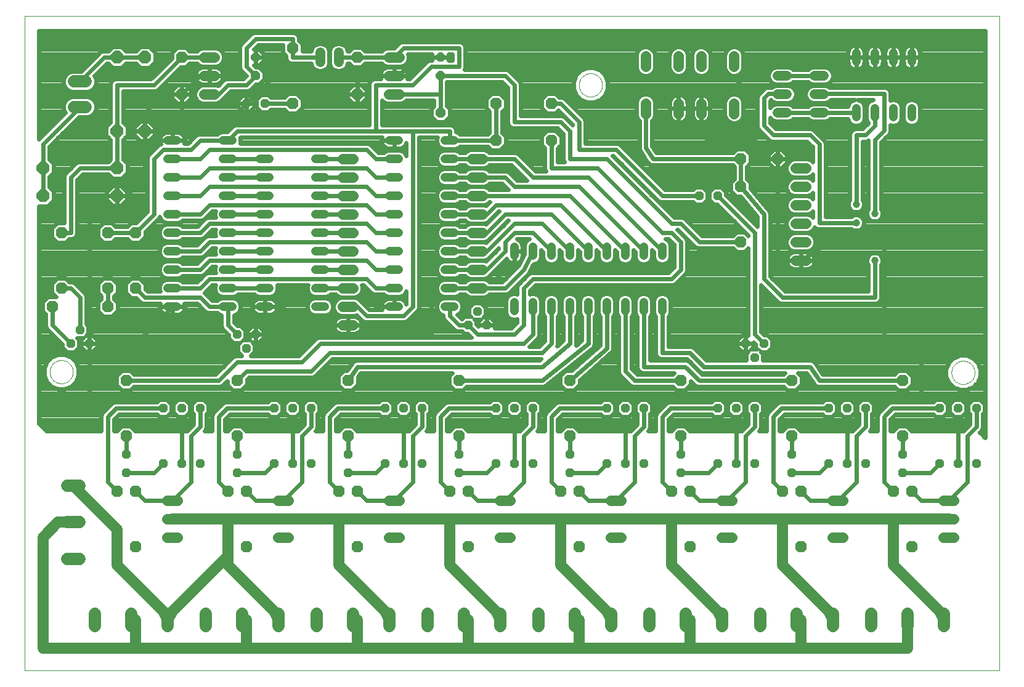
<source format=gbr>
G75*
G70*
%OFA0B0*%
%FSLAX24Y24*%
%IPPOS*%
%LPD*%
%AMOC8*
5,1,8,0,0,1.08239X$1,22.5*
%
%ADD10C,0.0000*%
%ADD11OC8,0.0477*%
%ADD12C,0.0557*%
%ADD13C,0.0677*%
%ADD14OC8,0.0700*%
%ADD15C,0.0517*%
%ADD16OC8,0.0630*%
%ADD17OC8,0.0500*%
%ADD18C,0.0657*%
%ADD19C,0.0477*%
%ADD20OC8,0.0557*%
%ADD21C,0.0240*%
%ADD22C,0.0160*%
%ADD23C,0.0120*%
%ADD24C,0.0591*%
%ADD25C,0.0394*%
D10*
X000101Y000101D02*
X000101Y035534D01*
X052857Y035534D01*
X052857Y000101D01*
X000101Y000101D01*
X001471Y016282D02*
X001473Y016332D01*
X001479Y016382D01*
X001489Y016431D01*
X001503Y016479D01*
X001520Y016526D01*
X001541Y016571D01*
X001566Y016615D01*
X001594Y016656D01*
X001626Y016695D01*
X001660Y016732D01*
X001697Y016766D01*
X001737Y016796D01*
X001779Y016823D01*
X001823Y016847D01*
X001869Y016868D01*
X001916Y016884D01*
X001964Y016897D01*
X002014Y016906D01*
X002063Y016911D01*
X002114Y016912D01*
X002164Y016909D01*
X002213Y016902D01*
X002262Y016891D01*
X002310Y016876D01*
X002356Y016858D01*
X002401Y016836D01*
X002444Y016810D01*
X002485Y016781D01*
X002524Y016749D01*
X002560Y016714D01*
X002592Y016676D01*
X002622Y016636D01*
X002649Y016593D01*
X002672Y016549D01*
X002691Y016503D01*
X002707Y016455D01*
X002719Y016406D01*
X002727Y016357D01*
X002731Y016307D01*
X002731Y016257D01*
X002727Y016207D01*
X002719Y016158D01*
X002707Y016109D01*
X002691Y016061D01*
X002672Y016015D01*
X002649Y015971D01*
X002622Y015928D01*
X002592Y015888D01*
X002560Y015850D01*
X002524Y015815D01*
X002485Y015783D01*
X002444Y015754D01*
X002401Y015728D01*
X002356Y015706D01*
X002310Y015688D01*
X002262Y015673D01*
X002213Y015662D01*
X002164Y015655D01*
X002114Y015652D01*
X002063Y015653D01*
X002014Y015658D01*
X001964Y015667D01*
X001916Y015680D01*
X001869Y015696D01*
X001823Y015717D01*
X001779Y015741D01*
X001737Y015768D01*
X001697Y015798D01*
X001660Y015832D01*
X001626Y015869D01*
X001594Y015908D01*
X001566Y015949D01*
X001541Y015993D01*
X001520Y016038D01*
X001503Y016085D01*
X001489Y016133D01*
X001479Y016182D01*
X001473Y016232D01*
X001471Y016282D01*
X030101Y031813D02*
X030103Y031863D01*
X030109Y031913D01*
X030119Y031962D01*
X030133Y032010D01*
X030150Y032057D01*
X030171Y032102D01*
X030196Y032146D01*
X030224Y032187D01*
X030256Y032226D01*
X030290Y032263D01*
X030327Y032297D01*
X030367Y032327D01*
X030409Y032354D01*
X030453Y032378D01*
X030499Y032399D01*
X030546Y032415D01*
X030594Y032428D01*
X030644Y032437D01*
X030693Y032442D01*
X030744Y032443D01*
X030794Y032440D01*
X030843Y032433D01*
X030892Y032422D01*
X030940Y032407D01*
X030986Y032389D01*
X031031Y032367D01*
X031074Y032341D01*
X031115Y032312D01*
X031154Y032280D01*
X031190Y032245D01*
X031222Y032207D01*
X031252Y032167D01*
X031279Y032124D01*
X031302Y032080D01*
X031321Y032034D01*
X031337Y031986D01*
X031349Y031937D01*
X031357Y031888D01*
X031361Y031838D01*
X031361Y031788D01*
X031357Y031738D01*
X031349Y031689D01*
X031337Y031640D01*
X031321Y031592D01*
X031302Y031546D01*
X031279Y031502D01*
X031252Y031459D01*
X031222Y031419D01*
X031190Y031381D01*
X031154Y031346D01*
X031115Y031314D01*
X031074Y031285D01*
X031031Y031259D01*
X030986Y031237D01*
X030940Y031219D01*
X030892Y031204D01*
X030843Y031193D01*
X030794Y031186D01*
X030744Y031183D01*
X030693Y031184D01*
X030644Y031189D01*
X030594Y031198D01*
X030546Y031211D01*
X030499Y031227D01*
X030453Y031248D01*
X030409Y031272D01*
X030367Y031299D01*
X030327Y031329D01*
X030290Y031363D01*
X030256Y031400D01*
X030224Y031439D01*
X030196Y031480D01*
X030171Y031524D01*
X030150Y031569D01*
X030133Y031616D01*
X030119Y031664D01*
X030109Y031713D01*
X030103Y031763D01*
X030101Y031813D01*
X050258Y016243D02*
X050260Y016293D01*
X050266Y016343D01*
X050276Y016392D01*
X050290Y016440D01*
X050307Y016487D01*
X050328Y016532D01*
X050353Y016576D01*
X050381Y016617D01*
X050413Y016656D01*
X050447Y016693D01*
X050484Y016727D01*
X050524Y016757D01*
X050566Y016784D01*
X050610Y016808D01*
X050656Y016829D01*
X050703Y016845D01*
X050751Y016858D01*
X050801Y016867D01*
X050850Y016872D01*
X050901Y016873D01*
X050951Y016870D01*
X051000Y016863D01*
X051049Y016852D01*
X051097Y016837D01*
X051143Y016819D01*
X051188Y016797D01*
X051231Y016771D01*
X051272Y016742D01*
X051311Y016710D01*
X051347Y016675D01*
X051379Y016637D01*
X051409Y016597D01*
X051436Y016554D01*
X051459Y016510D01*
X051478Y016464D01*
X051494Y016416D01*
X051506Y016367D01*
X051514Y016318D01*
X051518Y016268D01*
X051518Y016218D01*
X051514Y016168D01*
X051506Y016119D01*
X051494Y016070D01*
X051478Y016022D01*
X051459Y015976D01*
X051436Y015932D01*
X051409Y015889D01*
X051379Y015849D01*
X051347Y015811D01*
X051311Y015776D01*
X051272Y015744D01*
X051231Y015715D01*
X051188Y015689D01*
X051143Y015667D01*
X051097Y015649D01*
X051049Y015634D01*
X051000Y015623D01*
X050951Y015616D01*
X050901Y015613D01*
X050850Y015614D01*
X050801Y015619D01*
X050751Y015628D01*
X050703Y015641D01*
X050656Y015657D01*
X050610Y015678D01*
X050566Y015702D01*
X050524Y015729D01*
X050484Y015759D01*
X050447Y015793D01*
X050413Y015830D01*
X050381Y015869D01*
X050353Y015910D01*
X050328Y015954D01*
X050307Y015999D01*
X050290Y016046D01*
X050276Y016094D01*
X050266Y016143D01*
X050260Y016193D01*
X050258Y016243D01*
D11*
X050601Y014313D03*
X051601Y014313D03*
X049601Y014313D03*
X047601Y011813D03*
X047601Y010813D03*
X045601Y011313D03*
X044601Y011313D03*
X043601Y011313D03*
X041601Y010813D03*
X041601Y011813D03*
X039601Y011313D03*
X038601Y011313D03*
X037601Y011313D03*
X035601Y010813D03*
X035601Y011813D03*
X033601Y011313D03*
X032601Y011313D03*
X031601Y011313D03*
X029601Y010813D03*
X029601Y011813D03*
X027601Y011313D03*
X026601Y011313D03*
X025601Y011313D03*
X023601Y010813D03*
X023601Y011813D03*
X021601Y011313D03*
X020601Y011313D03*
X019601Y011313D03*
X017601Y010813D03*
X017601Y011813D03*
X015601Y011313D03*
X014601Y011313D03*
X013601Y011313D03*
X011601Y010813D03*
X011601Y011813D03*
X009601Y011313D03*
X008601Y011313D03*
X007601Y011313D03*
X005601Y010813D03*
X005601Y011813D03*
X007601Y014313D03*
X008601Y014313D03*
X009601Y014313D03*
X013601Y014313D03*
X014601Y014313D03*
X015601Y014313D03*
X019601Y014313D03*
X020601Y014313D03*
X021601Y014313D03*
X025601Y014313D03*
X026601Y014313D03*
X027601Y014313D03*
X031601Y014313D03*
X032601Y014313D03*
X033601Y014313D03*
X037601Y014313D03*
X038601Y014313D03*
X039601Y014313D03*
X039601Y017063D03*
X040101Y017813D03*
X039101Y017813D03*
X043601Y014313D03*
X044601Y014313D03*
X045601Y014313D03*
X049601Y011313D03*
X050601Y011313D03*
X051601Y011313D03*
X037601Y025813D03*
X036601Y025813D03*
X025101Y018813D03*
X024601Y019563D03*
X024101Y018813D03*
X012601Y018313D03*
X012101Y017563D03*
X011601Y018313D03*
X003601Y017813D03*
X003101Y018563D03*
X002601Y017813D03*
X012101Y030813D03*
X013101Y030813D03*
D12*
X010380Y031313D02*
X009822Y031313D01*
X009822Y032313D02*
X010380Y032313D01*
X010380Y033313D02*
X009822Y033313D01*
X017322Y027813D02*
X017880Y027813D01*
X017880Y026813D02*
X017322Y026813D01*
X017322Y025813D02*
X017880Y025813D01*
X017880Y024813D02*
X017322Y024813D01*
X017322Y023813D02*
X017880Y023813D01*
X017880Y022813D02*
X017322Y022813D01*
X017322Y021813D02*
X017880Y021813D01*
X017880Y020813D02*
X017322Y020813D01*
X017322Y019813D02*
X017880Y019813D01*
X017880Y018813D02*
X017322Y018813D01*
X024322Y020813D02*
X024880Y020813D01*
X024880Y021813D02*
X024322Y021813D01*
X024322Y022813D02*
X024880Y022813D01*
X024880Y023813D02*
X024322Y023813D01*
X024322Y024813D02*
X024880Y024813D01*
X024880Y025813D02*
X024322Y025813D01*
X024322Y026813D02*
X024880Y026813D01*
X024880Y027813D02*
X024322Y027813D01*
X020380Y031313D02*
X019822Y031313D01*
X019822Y032313D02*
X020380Y032313D01*
X020380Y033313D02*
X019822Y033313D01*
X033711Y033372D02*
X033711Y032815D01*
X035491Y032815D02*
X035491Y033372D01*
X036711Y033372D02*
X036711Y032815D01*
X038491Y032815D02*
X038491Y033372D01*
X038491Y030812D02*
X038491Y030255D01*
X036711Y030255D02*
X036711Y030812D01*
X035491Y030812D02*
X035491Y030255D01*
X033711Y030255D02*
X033711Y030812D01*
X041822Y027313D02*
X042380Y027313D01*
X042380Y026313D02*
X041822Y026313D01*
X041822Y025313D02*
X042380Y025313D01*
X042380Y024313D02*
X041822Y024313D01*
X041822Y023313D02*
X042380Y023313D01*
X042380Y022313D02*
X041822Y022313D01*
X043822Y009313D02*
X044380Y009313D01*
X044380Y008313D02*
X043822Y008313D01*
X043822Y007313D02*
X044380Y007313D01*
X049822Y007313D02*
X050380Y007313D01*
X050380Y008313D02*
X049822Y008313D01*
X049822Y009313D02*
X050380Y009313D01*
X038380Y009313D02*
X037822Y009313D01*
X037822Y008313D02*
X038380Y008313D01*
X038380Y007313D02*
X037822Y007313D01*
X032380Y007313D02*
X031822Y007313D01*
X031822Y008313D02*
X032380Y008313D01*
X032380Y009313D02*
X031822Y009313D01*
X026380Y009313D02*
X025822Y009313D01*
X025822Y008313D02*
X026380Y008313D01*
X026380Y007313D02*
X025822Y007313D01*
X020380Y007313D02*
X019822Y007313D01*
X019822Y008313D02*
X020380Y008313D01*
X020380Y009313D02*
X019822Y009313D01*
X014380Y009313D02*
X013822Y009313D01*
X013822Y008313D02*
X014380Y008313D01*
X014380Y007313D02*
X013822Y007313D01*
X008380Y007313D02*
X007822Y007313D01*
X007822Y008313D02*
X008380Y008313D01*
X008380Y009313D02*
X007822Y009313D01*
D13*
X003085Y010102D02*
X002408Y010102D01*
X002408Y008132D02*
X003085Y008132D01*
X003085Y006162D02*
X002408Y006162D01*
X003899Y003184D02*
X003899Y002506D01*
X005869Y002506D02*
X005869Y003184D01*
X007839Y003184D02*
X007839Y002506D01*
X009899Y002506D02*
X009899Y003184D01*
X011869Y003184D02*
X011869Y002506D01*
X013839Y002506D02*
X013839Y003184D01*
X015899Y003184D02*
X015899Y002506D01*
X017869Y002506D02*
X017869Y003184D01*
X019839Y003184D02*
X019839Y002506D01*
X021899Y002506D02*
X021899Y003184D01*
X023869Y003184D02*
X023869Y002506D01*
X025839Y002506D02*
X025839Y003184D01*
X027899Y003184D02*
X027899Y002506D01*
X029869Y002506D02*
X029869Y003184D01*
X031839Y003184D02*
X031839Y002506D01*
X033899Y002506D02*
X033899Y003184D01*
X035869Y003184D02*
X035869Y002506D01*
X037839Y002506D02*
X037839Y003184D01*
X039899Y003184D02*
X039899Y002506D01*
X041869Y002506D02*
X041869Y003184D01*
X043839Y003184D02*
X043839Y002506D01*
X045899Y002506D02*
X045899Y003184D01*
X047869Y003184D02*
X047869Y002506D01*
X049839Y002506D02*
X049839Y003184D01*
D14*
X006601Y029313D03*
X005101Y029313D03*
X005101Y027313D03*
X005101Y025813D03*
X001101Y025813D03*
X001101Y027313D03*
X005101Y033313D03*
X006601Y033313D03*
D15*
X016101Y033572D02*
X016101Y033055D01*
X017101Y033055D02*
X017101Y033572D01*
X040842Y032313D02*
X041360Y032313D01*
X042842Y032313D02*
X043360Y032313D01*
X043360Y031313D02*
X042842Y031313D01*
X041360Y031313D02*
X040842Y031313D01*
X040842Y030313D02*
X041360Y030313D01*
X042842Y030313D02*
X043360Y030313D01*
D16*
X040851Y027813D03*
X038851Y027813D03*
X038851Y026313D03*
X038851Y023313D03*
X028601Y028813D03*
X028601Y030813D03*
X025601Y030813D03*
X025601Y028813D03*
X018101Y031313D03*
X018101Y033313D03*
X014601Y033813D03*
X014601Y030813D03*
X008601Y031313D03*
X008601Y033313D03*
X006101Y023813D03*
X004601Y023813D03*
X002101Y023813D03*
X002101Y020813D03*
X001601Y019813D03*
X004601Y019813D03*
X004601Y020813D03*
X006101Y020813D03*
X005601Y015813D03*
X005601Y012813D03*
X006101Y009813D03*
X005101Y009813D03*
X005101Y006813D03*
X006101Y006813D03*
X011101Y006813D03*
X012101Y006813D03*
X012101Y009813D03*
X011101Y009813D03*
X011601Y012813D03*
X011601Y015813D03*
X017601Y015813D03*
X017601Y012813D03*
X018101Y009813D03*
X017101Y009813D03*
X017101Y006813D03*
X018101Y006813D03*
X023101Y006813D03*
X024101Y006813D03*
X024101Y009813D03*
X023101Y009813D03*
X023601Y012813D03*
X023601Y015813D03*
X029601Y015813D03*
X029601Y012813D03*
X030101Y009813D03*
X029101Y009813D03*
X029101Y006813D03*
X030101Y006813D03*
X035101Y006813D03*
X036101Y006813D03*
X036101Y009813D03*
X035101Y009813D03*
X035601Y012813D03*
X035601Y015813D03*
X041601Y015813D03*
X041601Y012813D03*
X042101Y009813D03*
X041101Y009813D03*
X041101Y006813D03*
X042101Y006813D03*
X047101Y006813D03*
X048101Y006813D03*
X048101Y009813D03*
X047101Y009813D03*
X047601Y012813D03*
X047601Y015813D03*
D17*
X022601Y032313D03*
X022601Y033313D03*
X012601Y033313D03*
X012601Y032313D03*
D18*
X003430Y032002D02*
X002772Y032002D01*
X002772Y030624D02*
X003430Y030624D01*
D19*
X007862Y028813D02*
X008340Y028813D01*
X008340Y027813D02*
X007862Y027813D01*
X007862Y026813D02*
X008340Y026813D01*
X008340Y025813D02*
X007862Y025813D01*
X007862Y024813D02*
X008340Y024813D01*
X008340Y023813D02*
X007862Y023813D01*
X007862Y022813D02*
X008340Y022813D01*
X008340Y021813D02*
X007862Y021813D01*
X007862Y020813D02*
X008340Y020813D01*
X008340Y019813D02*
X007862Y019813D01*
X010862Y019813D02*
X011340Y019813D01*
X011340Y020813D02*
X010862Y020813D01*
X010862Y021813D02*
X011340Y021813D01*
X011340Y022813D02*
X010862Y022813D01*
X010862Y023813D02*
X011340Y023813D01*
X011340Y024813D02*
X010862Y024813D01*
X010862Y025813D02*
X011340Y025813D01*
X011340Y026813D02*
X010862Y026813D01*
X010862Y027813D02*
X011340Y027813D01*
X011340Y028813D02*
X010862Y028813D01*
X012862Y027813D02*
X013340Y027813D01*
X013340Y026813D02*
X012862Y026813D01*
X012862Y025813D02*
X013340Y025813D01*
X013340Y024813D02*
X012862Y024813D01*
X012862Y023813D02*
X013340Y023813D01*
X013340Y022813D02*
X012862Y022813D01*
X012862Y021813D02*
X013340Y021813D01*
X013340Y020813D02*
X012862Y020813D01*
X012862Y019813D02*
X013340Y019813D01*
X015862Y019813D02*
X016340Y019813D01*
X016340Y020813D02*
X015862Y020813D01*
X015862Y021813D02*
X016340Y021813D01*
X016340Y022813D02*
X015862Y022813D01*
X015862Y023813D02*
X016340Y023813D01*
X016340Y024813D02*
X015862Y024813D01*
X015862Y025813D02*
X016340Y025813D01*
X016340Y026813D02*
X015862Y026813D01*
X015862Y027813D02*
X016340Y027813D01*
X019862Y027813D02*
X020340Y027813D01*
X020340Y026813D02*
X019862Y026813D01*
X019862Y025813D02*
X020340Y025813D01*
X020340Y024813D02*
X019862Y024813D01*
X019862Y023813D02*
X020340Y023813D01*
X020340Y022813D02*
X019862Y022813D01*
X019862Y021813D02*
X020340Y021813D01*
X020340Y020813D02*
X019862Y020813D01*
X019862Y019813D02*
X020340Y019813D01*
X022862Y019813D02*
X023340Y019813D01*
X023340Y020813D02*
X022862Y020813D01*
X022862Y021813D02*
X023340Y021813D01*
X023340Y022813D02*
X022862Y022813D01*
X022862Y023813D02*
X023340Y023813D01*
X023340Y024813D02*
X022862Y024813D01*
X022862Y025813D02*
X023340Y025813D01*
X023340Y026813D02*
X022862Y026813D01*
X022862Y027813D02*
X023340Y027813D01*
X023340Y028813D02*
X022862Y028813D01*
X020340Y028813D02*
X019862Y028813D01*
X026601Y023052D02*
X026601Y022575D01*
X027601Y022575D02*
X027601Y023052D01*
X028601Y023052D02*
X028601Y022575D01*
X029601Y022575D02*
X029601Y023052D01*
X030601Y023052D02*
X030601Y022575D01*
X031601Y022575D02*
X031601Y023052D01*
X032601Y023052D02*
X032601Y022575D01*
X033601Y022575D02*
X033601Y023052D01*
X034601Y023052D02*
X034601Y022575D01*
X034601Y020052D02*
X034601Y019575D01*
X033601Y019575D02*
X033601Y020052D01*
X032601Y020052D02*
X032601Y019575D01*
X031601Y019575D02*
X031601Y020052D01*
X030601Y020052D02*
X030601Y019575D01*
X029601Y019575D02*
X029601Y020052D01*
X028601Y020052D02*
X028601Y019575D01*
X027601Y019575D02*
X027601Y020052D01*
X026601Y020052D02*
X026601Y019575D01*
X045101Y030075D02*
X045101Y030552D01*
X046101Y030552D02*
X046101Y030075D01*
X047101Y030075D02*
X047101Y030552D01*
X048101Y030552D02*
X048101Y030075D01*
X048101Y033075D02*
X048101Y033552D01*
X047101Y033552D02*
X047101Y033075D01*
X046101Y033075D02*
X046101Y033552D01*
X045101Y033552D02*
X045101Y033075D01*
D20*
X022601Y030313D03*
D21*
X022601Y031313D01*
X022601Y032313D01*
X026101Y032313D01*
X026601Y031813D01*
X026601Y029813D01*
X029101Y029813D01*
X029601Y029313D01*
X029601Y027813D01*
X031601Y027813D01*
X035101Y024313D01*
X035601Y024313D01*
X036601Y023313D01*
X038851Y023313D01*
X039204Y023717D02*
X039217Y023717D01*
X039261Y023673D02*
X039261Y023660D01*
X039072Y023848D01*
X038629Y023848D01*
X038434Y023653D01*
X036742Y023653D01*
X035793Y024602D01*
X035668Y024653D01*
X035533Y024653D01*
X035242Y024653D01*
X031921Y027973D01*
X031960Y027973D01*
X034313Y025621D01*
X034408Y025525D01*
X034533Y025473D01*
X036292Y025473D01*
X036411Y025355D01*
X036791Y025355D01*
X037059Y025623D01*
X037059Y026003D01*
X036791Y026272D01*
X036411Y026272D01*
X036292Y026153D01*
X034742Y026153D01*
X032293Y028602D01*
X032168Y028653D01*
X032033Y028653D01*
X030441Y028653D01*
X030441Y029881D01*
X030389Y030006D01*
X030293Y030102D01*
X029293Y031102D01*
X029168Y031153D01*
X029033Y031153D01*
X029017Y031153D01*
X028822Y031348D01*
X028379Y031348D01*
X028066Y031035D01*
X028066Y030592D01*
X028379Y030278D01*
X028822Y030278D01*
X028989Y030445D01*
X029761Y029673D01*
X029761Y029634D01*
X029293Y030102D01*
X029168Y030153D01*
X029033Y030153D01*
X026941Y030153D01*
X026941Y031881D01*
X026889Y032006D01*
X026793Y032102D01*
X026293Y032602D01*
X026168Y032653D01*
X026033Y032653D01*
X023902Y032653D01*
X023941Y032746D01*
X023941Y032881D01*
X023941Y033881D01*
X023889Y034006D01*
X023793Y034102D01*
X023668Y034153D01*
X023533Y034153D01*
X020533Y034153D01*
X020408Y034102D01*
X020313Y034006D01*
X020119Y033812D01*
X019723Y033812D01*
X019540Y033736D01*
X019457Y033653D01*
X018517Y033653D01*
X018322Y033848D01*
X017879Y033848D01*
X017684Y033653D01*
X017579Y033653D01*
X017579Y033667D01*
X017507Y033843D01*
X017372Y033978D01*
X017196Y034051D01*
X017006Y034051D01*
X016830Y033978D01*
X016695Y033843D01*
X016622Y033667D01*
X016622Y032959D01*
X016695Y032783D01*
X016830Y032649D01*
X017006Y032576D01*
X017196Y032576D01*
X017372Y032649D01*
X017507Y032783D01*
X017579Y032959D01*
X017579Y032973D01*
X017684Y032973D01*
X017879Y032778D01*
X018322Y032778D01*
X018517Y032973D01*
X019457Y032973D01*
X019540Y032891D01*
X019723Y032815D01*
X020479Y032815D01*
X020662Y032891D01*
X020802Y033031D01*
X020878Y033214D01*
X020878Y033413D01*
X020853Y033473D01*
X022152Y033473D01*
X022152Y033314D01*
X022600Y033314D01*
X022600Y033313D01*
X022152Y033313D01*
X022152Y033153D01*
X022033Y033153D01*
X021908Y033102D01*
X020960Y032153D01*
X020830Y032153D01*
X020845Y032202D01*
X020857Y032276D01*
X020857Y032313D01*
X020101Y032313D01*
X020101Y032314D01*
X020101Y032314D01*
X020101Y032791D01*
X020417Y032791D01*
X020491Y032779D01*
X020563Y032756D01*
X020630Y032722D01*
X020691Y032678D01*
X020744Y032624D01*
X020788Y032564D01*
X020822Y032497D01*
X020845Y032425D01*
X020857Y032351D01*
X020857Y032314D01*
X020101Y032314D01*
X020101Y032791D01*
X019784Y032791D01*
X019710Y032779D01*
X019639Y032756D01*
X019572Y032722D01*
X019511Y032678D01*
X019458Y032624D01*
X019414Y032564D01*
X019380Y032497D01*
X019356Y032425D01*
X019345Y032351D01*
X019345Y032314D01*
X020100Y032314D01*
X020100Y032313D01*
X019345Y032313D01*
X019345Y032276D01*
X019356Y032202D01*
X019372Y032153D01*
X019168Y032153D01*
X019033Y032153D01*
X018908Y032102D01*
X018813Y032006D01*
X018761Y031881D01*
X018761Y029653D01*
X011533Y029653D01*
X011408Y029602D01*
X011313Y029506D01*
X011079Y029272D01*
X010771Y029272D01*
X010602Y029202D01*
X010553Y029153D01*
X009668Y029153D01*
X009533Y029153D01*
X009408Y029102D01*
X008960Y028653D01*
X008747Y028653D01*
X008766Y028711D01*
X008777Y028779D01*
X008777Y028813D01*
X008101Y028813D01*
X008101Y028814D01*
X008101Y028814D01*
X008101Y029251D01*
X008374Y029251D01*
X008442Y029240D01*
X008507Y029219D01*
X008569Y029188D01*
X008624Y029147D01*
X008673Y029098D01*
X008714Y029043D01*
X008745Y028981D01*
X008766Y028916D01*
X008777Y028848D01*
X008777Y028814D01*
X008101Y028814D01*
X008101Y029251D01*
X007828Y029251D01*
X007760Y029240D01*
X007694Y029219D01*
X007633Y029188D01*
X007577Y029147D01*
X007528Y029098D01*
X007488Y029043D01*
X007457Y028981D01*
X007435Y028916D01*
X007425Y028848D01*
X007425Y028814D01*
X008100Y028814D01*
X008100Y028813D01*
X007425Y028813D01*
X007425Y028779D01*
X007435Y028711D01*
X007457Y028645D01*
X007467Y028626D01*
X007408Y028602D01*
X006908Y028102D01*
X006813Y028006D01*
X006761Y027881D01*
X006761Y024954D01*
X006155Y024348D01*
X005879Y024348D01*
X005684Y024153D01*
X005017Y024153D01*
X004822Y024348D01*
X004379Y024348D01*
X004066Y024035D01*
X004066Y023592D01*
X004379Y023278D01*
X004822Y023278D01*
X005017Y023473D01*
X005684Y023473D01*
X005879Y023278D01*
X006322Y023278D01*
X006636Y023592D01*
X006636Y023868D01*
X007389Y024621D01*
X007417Y024689D01*
X007473Y024554D01*
X007602Y024424D01*
X007771Y024355D01*
X008431Y024355D01*
X008599Y024424D01*
X008648Y024473D01*
X009533Y024473D01*
X009668Y024473D01*
X009793Y024525D01*
X010242Y024973D01*
X010432Y024973D01*
X010403Y024905D01*
X010403Y024722D01*
X010432Y024653D01*
X010033Y024653D01*
X009908Y024602D01*
X009813Y024506D01*
X009460Y024153D01*
X008648Y024153D01*
X008599Y024202D01*
X008431Y024272D01*
X007771Y024272D01*
X007602Y024202D01*
X007473Y024073D01*
X007403Y023905D01*
X007403Y023722D01*
X007473Y023554D01*
X007602Y023424D01*
X007771Y023355D01*
X008431Y023355D01*
X008599Y023424D01*
X008648Y023473D01*
X009533Y023473D01*
X009668Y023473D01*
X009793Y023525D01*
X010242Y023973D01*
X010432Y023973D01*
X010403Y023905D01*
X010403Y023722D01*
X010432Y023653D01*
X010033Y023653D01*
X009908Y023602D01*
X009813Y023506D01*
X009460Y023153D01*
X008648Y023153D01*
X008599Y023202D01*
X008431Y023272D01*
X007771Y023272D01*
X007602Y023202D01*
X007473Y023073D01*
X007403Y022905D01*
X007403Y022722D01*
X007473Y022554D01*
X007602Y022424D01*
X007771Y022355D01*
X008431Y022355D01*
X008599Y022424D01*
X008648Y022473D01*
X009533Y022473D01*
X009668Y022473D01*
X009793Y022525D01*
X010242Y022973D01*
X010432Y022973D01*
X010403Y022905D01*
X010403Y022722D01*
X010432Y022653D01*
X010033Y022653D01*
X009908Y022602D01*
X009813Y022506D01*
X009460Y022153D01*
X008648Y022153D01*
X008599Y022202D01*
X008431Y022272D01*
X007771Y022272D01*
X007602Y022202D01*
X007473Y022073D01*
X007403Y021905D01*
X007403Y021722D01*
X007473Y021554D01*
X007602Y021424D01*
X007771Y021355D01*
X008431Y021355D01*
X008599Y021424D01*
X008648Y021473D01*
X009533Y021473D01*
X009668Y021473D01*
X009793Y021525D01*
X010242Y021973D01*
X010432Y021973D01*
X010403Y021905D01*
X010403Y021722D01*
X010432Y021653D01*
X010033Y021653D01*
X009908Y021602D01*
X009813Y021506D01*
X009460Y021153D01*
X008648Y021153D01*
X008599Y021202D01*
X008431Y021272D01*
X007771Y021272D01*
X007602Y021202D01*
X007473Y021073D01*
X007403Y020905D01*
X007403Y020722D01*
X007432Y020653D01*
X006742Y020653D01*
X006636Y020759D01*
X006636Y021035D01*
X006322Y021348D01*
X005879Y021348D01*
X005566Y021035D01*
X005566Y020592D01*
X005879Y020278D01*
X006155Y020278D01*
X006313Y020121D01*
X006408Y020025D01*
X006533Y019973D01*
X007454Y019973D01*
X007435Y019916D01*
X007425Y019848D01*
X007425Y019814D01*
X008100Y019814D01*
X008100Y019813D01*
X007425Y019813D01*
X007425Y019779D01*
X007435Y019711D01*
X007457Y019645D01*
X007488Y019584D01*
X007528Y019528D01*
X007577Y019480D01*
X007633Y019439D01*
X007694Y019408D01*
X007760Y019387D01*
X007828Y019376D01*
X008101Y019376D01*
X008374Y019376D01*
X008442Y019387D01*
X008507Y019408D01*
X008569Y019439D01*
X008624Y019480D01*
X008673Y019528D01*
X008714Y019584D01*
X008745Y019645D01*
X008766Y019711D01*
X008777Y019779D01*
X008777Y019813D01*
X008101Y019813D01*
X008101Y019376D01*
X008101Y019813D01*
X008101Y019813D01*
X008101Y019814D01*
X008777Y019814D01*
X008777Y019848D01*
X008766Y019916D01*
X008747Y019973D01*
X009460Y019973D01*
X009813Y019621D01*
X009908Y019525D01*
X010033Y019473D01*
X010553Y019473D01*
X010602Y019424D01*
X010761Y019359D01*
X010761Y018881D01*
X010761Y018746D01*
X010813Y018621D01*
X011142Y018291D01*
X011142Y018123D01*
X011411Y017855D01*
X011743Y017855D01*
X011642Y017753D01*
X004038Y017753D01*
X004038Y017813D02*
X003601Y017813D01*
X003601Y017376D01*
X003782Y017376D01*
X004038Y017632D01*
X004038Y017813D01*
X004038Y017814D02*
X004038Y017995D01*
X003782Y018251D01*
X003601Y018251D01*
X003601Y017814D01*
X003601Y017814D01*
X003601Y018251D01*
X003437Y018251D01*
X003559Y018373D01*
X003559Y018753D01*
X003441Y018872D01*
X003441Y020381D01*
X003389Y020506D01*
X003293Y020602D01*
X002793Y021102D01*
X002668Y021153D01*
X002533Y021153D01*
X002517Y021153D01*
X002322Y021348D01*
X001879Y021348D01*
X001566Y021035D01*
X001566Y020592D01*
X001809Y020348D01*
X001379Y020348D01*
X001066Y020035D01*
X001066Y019592D01*
X001261Y019397D01*
X001261Y018881D01*
X001261Y018746D01*
X001313Y018621D01*
X002142Y017791D01*
X002142Y017623D01*
X002411Y017355D01*
X002791Y017355D01*
X003059Y017623D01*
X003059Y018003D01*
X002958Y018105D01*
X003273Y018105D01*
X003163Y017995D01*
X003163Y017814D01*
X003600Y017814D01*
X003600Y017813D01*
X003163Y017813D01*
X003163Y017632D01*
X003420Y017376D01*
X003601Y017376D01*
X003601Y017813D01*
X003601Y017813D01*
X003601Y017814D01*
X004038Y017814D01*
X004038Y017992D02*
X011274Y017992D01*
X011142Y018230D02*
X003803Y018230D01*
X003601Y018230D02*
X003601Y018230D01*
X003601Y017992D02*
X003601Y017992D01*
X003601Y017813D02*
X003601Y015063D01*
X009101Y015063D01*
X015101Y015063D01*
X015101Y013813D01*
X014601Y013313D01*
X014601Y011313D01*
X013601Y011313D02*
X013101Y010813D01*
X011601Y010813D01*
X011101Y009813D02*
X010601Y010313D01*
X010601Y013851D01*
X011063Y014313D01*
X013601Y014313D01*
X013292Y013973D02*
X013411Y013855D01*
X013791Y013855D01*
X014059Y014123D01*
X014059Y014503D01*
X013791Y014772D01*
X013411Y014772D01*
X013292Y014653D01*
X010996Y014653D01*
X010871Y014602D01*
X010775Y014506D01*
X010313Y014043D01*
X010261Y013918D01*
X010261Y013783D01*
X010261Y013093D01*
X009861Y013093D01*
X009889Y013121D01*
X009941Y013246D01*
X009941Y014005D01*
X010059Y014123D01*
X010059Y014503D01*
X009791Y014772D01*
X009411Y014772D01*
X009142Y014503D01*
X009142Y014123D01*
X009261Y014005D01*
X009261Y013454D01*
X008900Y013093D01*
X006078Y013093D01*
X005822Y013348D01*
X005379Y013348D01*
X005124Y013093D01*
X004941Y013093D01*
X004941Y013710D01*
X005204Y013973D01*
X007292Y013973D01*
X007411Y013855D01*
X007791Y013855D01*
X008059Y014123D01*
X008059Y014503D01*
X007791Y014772D01*
X007411Y014772D01*
X007292Y014653D01*
X004996Y014653D01*
X004871Y014602D01*
X004775Y014506D01*
X004313Y014043D01*
X004261Y013918D01*
X004261Y013783D01*
X004261Y013093D01*
X001282Y013093D01*
X000888Y013487D01*
X000888Y025243D01*
X001337Y025243D01*
X001671Y025577D01*
X001671Y026049D01*
X001441Y026279D01*
X001441Y026847D01*
X001671Y027077D01*
X001671Y027549D01*
X001441Y027779D01*
X001441Y028484D01*
X003033Y030076D01*
X003539Y030076D01*
X003740Y030159D01*
X003895Y030314D01*
X003978Y030515D01*
X003978Y030734D01*
X003895Y030935D01*
X003740Y031090D01*
X003539Y031173D01*
X002663Y031173D01*
X002461Y031090D01*
X002307Y030935D01*
X002223Y030734D01*
X002223Y030515D01*
X002307Y030314D01*
X002308Y030312D01*
X000908Y028913D01*
X000888Y028893D01*
X000888Y034746D01*
X052069Y034746D01*
X052069Y012699D01*
X051768Y013000D01*
X051793Y013025D01*
X051889Y013121D01*
X051941Y013246D01*
X051941Y014005D01*
X052059Y014123D01*
X052059Y014503D01*
X051791Y014772D01*
X051411Y014772D01*
X051142Y014503D01*
X051142Y014123D01*
X051261Y014005D01*
X051261Y013454D01*
X050900Y013093D01*
X048078Y013093D01*
X047822Y013348D01*
X047379Y013348D01*
X047124Y013093D01*
X046941Y013093D01*
X046941Y013710D01*
X047204Y013973D01*
X049292Y013973D01*
X049411Y013855D01*
X049791Y013855D01*
X050059Y014123D01*
X050059Y014503D01*
X049791Y014772D01*
X049411Y014772D01*
X049292Y014653D01*
X046996Y014653D01*
X046871Y014602D01*
X046775Y014506D01*
X046313Y014043D01*
X046261Y013918D01*
X046261Y013783D01*
X046261Y013093D01*
X045861Y013093D01*
X045889Y013121D01*
X045941Y013246D01*
X045941Y014005D01*
X046059Y014123D01*
X046059Y014503D01*
X045791Y014772D01*
X045411Y014772D01*
X045142Y014503D01*
X045142Y014123D01*
X045261Y014005D01*
X045261Y013454D01*
X044900Y013093D01*
X042078Y013093D01*
X041822Y013348D01*
X041379Y013348D01*
X041124Y013093D01*
X040941Y013093D01*
X040941Y013710D01*
X041204Y013973D01*
X043292Y013973D01*
X043411Y013855D01*
X043791Y013855D01*
X044059Y014123D01*
X044059Y014503D01*
X043791Y014772D01*
X043411Y014772D01*
X043292Y014653D01*
X041131Y014653D01*
X040996Y014653D01*
X040871Y014602D01*
X040313Y014043D01*
X040261Y013918D01*
X040261Y013783D01*
X040261Y013093D01*
X039861Y013093D01*
X039889Y013121D01*
X039941Y013246D01*
X039941Y014005D01*
X040059Y014123D01*
X040059Y014503D01*
X039791Y014772D01*
X039411Y014772D01*
X039142Y014503D01*
X039142Y014123D01*
X039261Y014005D01*
X039261Y013454D01*
X038900Y013093D01*
X036078Y013093D01*
X035822Y013348D01*
X035379Y013348D01*
X035124Y013093D01*
X034941Y013093D01*
X034941Y013710D01*
X035204Y013973D01*
X037292Y013973D01*
X037411Y013855D01*
X037791Y013855D01*
X038059Y014123D01*
X038059Y014503D01*
X037791Y014772D01*
X037411Y014772D01*
X037292Y014653D01*
X034996Y014653D01*
X034871Y014602D01*
X034775Y014506D01*
X034313Y014043D01*
X034261Y013918D01*
X034261Y013783D01*
X034261Y013093D01*
X033861Y013093D01*
X033889Y013121D01*
X033941Y013246D01*
X033941Y014005D01*
X034059Y014123D01*
X034059Y014503D01*
X033791Y014772D01*
X033411Y014772D01*
X033142Y014503D01*
X033142Y014123D01*
X033261Y014005D01*
X033261Y013454D01*
X032900Y013093D01*
X030078Y013093D01*
X029822Y013348D01*
X029379Y013348D01*
X029124Y013093D01*
X028941Y013093D01*
X028941Y013710D01*
X029204Y013973D01*
X031292Y013973D01*
X031411Y013855D01*
X031791Y013855D01*
X032059Y014123D01*
X032059Y014503D01*
X031791Y014772D01*
X031411Y014772D01*
X031292Y014653D01*
X028996Y014653D01*
X028871Y014602D01*
X028775Y014506D01*
X028313Y014043D01*
X028261Y013918D01*
X028261Y013783D01*
X028261Y013093D01*
X027861Y013093D01*
X027889Y013121D01*
X027941Y013246D01*
X027941Y014005D01*
X028059Y014123D01*
X028059Y014503D01*
X027791Y014772D01*
X027411Y014772D01*
X027142Y014503D01*
X027142Y014123D01*
X027261Y014005D01*
X027261Y013454D01*
X026900Y013093D01*
X024078Y013093D01*
X023822Y013348D01*
X023379Y013348D01*
X023124Y013093D01*
X022941Y013093D01*
X022941Y013710D01*
X023204Y013973D01*
X025292Y013973D01*
X025411Y013855D01*
X025791Y013855D01*
X026059Y014123D01*
X026059Y014503D01*
X025791Y014772D01*
X025411Y014772D01*
X025292Y014653D01*
X022996Y014653D01*
X022871Y014602D01*
X022775Y014506D01*
X022313Y014043D01*
X022261Y013918D01*
X022261Y013783D01*
X022261Y013093D01*
X021861Y013093D01*
X021889Y013121D01*
X021941Y013246D01*
X021941Y014005D01*
X022059Y014123D01*
X022059Y014503D01*
X021791Y014772D01*
X021411Y014772D01*
X021142Y014503D01*
X021142Y014123D01*
X021261Y014005D01*
X021261Y013454D01*
X020900Y013093D01*
X018078Y013093D01*
X017822Y013348D01*
X017379Y013348D01*
X017124Y013093D01*
X016941Y013093D01*
X016941Y013710D01*
X017204Y013973D01*
X019292Y013973D01*
X019411Y013855D01*
X019791Y013855D01*
X020059Y014123D01*
X020059Y014503D01*
X019791Y014772D01*
X019411Y014772D01*
X019292Y014653D01*
X016996Y014653D01*
X016871Y014602D01*
X016775Y014506D01*
X016313Y014043D01*
X016261Y013918D01*
X016261Y013783D01*
X016261Y013093D01*
X015861Y013093D01*
X015889Y013121D01*
X015941Y013246D01*
X015941Y014005D01*
X016059Y014123D01*
X016059Y014503D01*
X015791Y014772D01*
X015411Y014772D01*
X015142Y014503D01*
X015142Y014123D01*
X015261Y014005D01*
X015261Y013454D01*
X014900Y013093D01*
X012078Y013093D01*
X011822Y013348D01*
X011379Y013348D01*
X011124Y013093D01*
X010941Y013093D01*
X010941Y013710D01*
X011204Y013973D01*
X013292Y013973D01*
X013329Y013936D02*
X011167Y013936D01*
X010941Y013698D02*
X015261Y013698D01*
X015261Y013936D02*
X014872Y013936D01*
X014791Y013855D02*
X015059Y014123D01*
X015059Y014503D01*
X014791Y014772D01*
X014411Y014772D01*
X014142Y014503D01*
X014142Y014123D01*
X014411Y013855D01*
X014791Y013855D01*
X015059Y014175D02*
X015142Y014175D01*
X015142Y014413D02*
X015059Y014413D01*
X014911Y014652D02*
X015291Y014652D01*
X015601Y014313D02*
X015601Y013313D01*
X015101Y012813D01*
X015101Y010313D01*
X014101Y009313D01*
X012601Y009313D01*
X012101Y009813D01*
X009101Y010313D02*
X009101Y012813D01*
X009601Y013313D01*
X009601Y014313D01*
X009911Y014652D02*
X010992Y014652D01*
X010683Y014413D02*
X010059Y014413D01*
X010059Y014175D02*
X010444Y014175D01*
X010268Y013936D02*
X009941Y013936D01*
X009941Y013698D02*
X010261Y013698D01*
X010261Y013459D02*
X009941Y013459D01*
X009930Y013221D02*
X010261Y013221D01*
X010941Y013221D02*
X011251Y013221D01*
X010941Y013459D02*
X015261Y013459D01*
X015027Y013221D02*
X011950Y013221D01*
X011601Y012813D02*
X011601Y011813D01*
X009261Y013459D02*
X004941Y013459D01*
X004941Y013221D02*
X005251Y013221D01*
X004941Y013698D02*
X009261Y013698D01*
X009101Y013813D02*
X009101Y015063D01*
X008791Y014772D02*
X008411Y014772D01*
X008142Y014503D01*
X008142Y014123D01*
X008411Y013855D01*
X008791Y013855D01*
X009059Y014123D01*
X009059Y014503D01*
X008791Y014772D01*
X008911Y014652D02*
X009291Y014652D01*
X009142Y014413D02*
X009059Y014413D01*
X009059Y014175D02*
X009142Y014175D01*
X009261Y013936D02*
X008872Y013936D01*
X009101Y013813D02*
X008601Y013313D01*
X008601Y011313D01*
X007601Y011313D02*
X007101Y010813D01*
X005601Y010813D01*
X005101Y009813D02*
X004601Y010313D01*
X004601Y013851D01*
X005063Y014313D01*
X007601Y014313D01*
X007911Y014652D02*
X008291Y014652D01*
X008142Y014413D02*
X008059Y014413D01*
X008059Y014175D02*
X008142Y014175D01*
X008329Y013936D02*
X007872Y013936D01*
X007329Y013936D02*
X005167Y013936D01*
X004444Y014175D02*
X000888Y014175D01*
X000888Y014413D02*
X004683Y014413D01*
X004992Y014652D02*
X000888Y014652D01*
X000888Y014890D02*
X052069Y014890D01*
X052069Y014652D02*
X051911Y014652D01*
X052059Y014413D02*
X052069Y014413D01*
X052059Y014175D02*
X052069Y014175D01*
X052069Y013936D02*
X051941Y013936D01*
X051941Y013698D02*
X052069Y013698D01*
X052069Y013459D02*
X051941Y013459D01*
X051930Y013221D02*
X052069Y013221D01*
X052069Y012982D02*
X051786Y012982D01*
X052025Y012744D02*
X052069Y012744D01*
X051601Y013313D02*
X051601Y014313D01*
X051291Y014652D02*
X050911Y014652D01*
X050791Y014772D02*
X051059Y014503D01*
X051059Y014123D01*
X050791Y013855D01*
X050411Y013855D01*
X050142Y014123D01*
X050142Y014503D01*
X050411Y014772D01*
X050791Y014772D01*
X051101Y015063D02*
X048601Y015063D01*
X048601Y017313D01*
X046601Y017313D01*
X046601Y023313D01*
X043601Y023313D01*
X042101Y022313D01*
X042101Y021836D01*
X042417Y021836D01*
X042491Y021848D01*
X042563Y021871D01*
X042630Y021905D01*
X042691Y021949D01*
X042744Y022002D01*
X042788Y022063D01*
X042822Y022130D01*
X042845Y022202D01*
X042857Y022276D01*
X042857Y022313D01*
X042101Y022313D01*
X042101Y022313D01*
X042101Y022314D01*
X042101Y022314D01*
X042101Y022791D01*
X042417Y022791D01*
X042491Y022779D01*
X042563Y022756D01*
X042630Y022722D01*
X042691Y022678D01*
X042744Y022624D01*
X042788Y022564D01*
X042822Y022497D01*
X042845Y022425D01*
X042857Y022351D01*
X042857Y022314D01*
X042101Y022314D01*
X042101Y022791D01*
X041784Y022791D01*
X041710Y022779D01*
X041639Y022756D01*
X041572Y022722D01*
X041511Y022678D01*
X041458Y022624D01*
X041414Y022564D01*
X041380Y022497D01*
X041356Y022425D01*
X041345Y022351D01*
X041345Y022314D01*
X042100Y022314D01*
X042100Y022313D01*
X041345Y022313D01*
X041345Y022276D01*
X041356Y022202D01*
X041380Y022130D01*
X041414Y022063D01*
X041458Y022002D01*
X041511Y021949D01*
X041572Y021905D01*
X041639Y021871D01*
X041710Y021848D01*
X041784Y021836D01*
X042101Y021836D01*
X042101Y022313D01*
X041101Y022313D01*
X040851Y022563D01*
X040851Y027813D01*
X040851Y027300D01*
X041064Y027300D01*
X041364Y027601D01*
X041364Y027813D01*
X040851Y027813D01*
X040851Y027813D01*
X040851Y027814D01*
X040851Y027814D01*
X040851Y028327D01*
X041064Y028327D01*
X041364Y028026D01*
X041364Y027814D01*
X040851Y027814D01*
X040851Y028327D01*
X040638Y028327D01*
X040337Y028026D01*
X040337Y027814D01*
X040850Y027814D01*
X040850Y027813D01*
X040337Y027813D01*
X040337Y027601D01*
X040638Y027300D01*
X040851Y027300D01*
X040851Y027813D01*
X039601Y027813D01*
X039601Y028813D01*
X037101Y028813D01*
X036711Y029173D01*
X036711Y030533D01*
X036711Y029777D01*
X036748Y029777D01*
X036823Y029789D01*
X036894Y029812D01*
X036961Y029846D01*
X037022Y029890D01*
X037075Y029944D01*
X037119Y030004D01*
X037153Y030071D01*
X037176Y030143D01*
X037188Y030217D01*
X037188Y030533D01*
X036711Y030533D01*
X036711Y030533D01*
X036711Y030534D01*
X036711Y030534D01*
X036711Y031290D01*
X036748Y031290D01*
X036823Y031278D01*
X036894Y031255D01*
X036961Y031220D01*
X037022Y031176D01*
X037075Y031123D01*
X037119Y031062D01*
X037153Y030995D01*
X037176Y030924D01*
X037188Y030850D01*
X037188Y030534D01*
X036711Y030534D01*
X036711Y031290D01*
X036673Y031290D01*
X036599Y031278D01*
X036527Y031255D01*
X036461Y031220D01*
X036400Y031176D01*
X036347Y031123D01*
X036302Y031062D01*
X036268Y030995D01*
X036245Y030924D01*
X036233Y030850D01*
X036233Y030534D01*
X036710Y030534D01*
X036710Y030533D01*
X036233Y030533D01*
X036233Y030217D01*
X036245Y030143D01*
X036268Y030071D01*
X036302Y030004D01*
X036347Y029944D01*
X036400Y029890D01*
X036461Y029846D01*
X036527Y029812D01*
X036599Y029789D01*
X036673Y029777D01*
X036711Y029777D01*
X036711Y030533D01*
X036707Y030923D01*
X036707Y031813D01*
X038601Y031813D01*
X040101Y033313D01*
X045101Y033313D01*
X045101Y032637D01*
X045135Y032637D01*
X045203Y032648D01*
X045269Y032669D01*
X045330Y032700D01*
X045386Y032741D01*
X045434Y032790D01*
X045475Y032845D01*
X045506Y032907D01*
X045527Y032972D01*
X045538Y033040D01*
X045538Y033313D01*
X045101Y033313D01*
X045101Y033313D01*
X045101Y033314D01*
X045101Y033314D01*
X045101Y033990D01*
X045135Y033990D01*
X045203Y033979D01*
X045269Y033958D01*
X045330Y033926D01*
X045386Y033886D01*
X045434Y033837D01*
X045475Y033781D01*
X045506Y033720D01*
X045527Y033655D01*
X045538Y033587D01*
X045538Y033314D01*
X045101Y033314D01*
X045101Y033990D01*
X045066Y033990D01*
X044998Y033979D01*
X044933Y033958D01*
X044871Y033926D01*
X044816Y033886D01*
X044767Y033837D01*
X044727Y033781D01*
X044695Y033720D01*
X044674Y033655D01*
X044663Y033587D01*
X044663Y033314D01*
X045100Y033314D01*
X045100Y033313D01*
X044663Y033313D01*
X044663Y033040D01*
X044674Y032972D01*
X044695Y032907D01*
X044727Y032845D01*
X044767Y032790D01*
X044816Y032741D01*
X044871Y032700D01*
X044933Y032669D01*
X044998Y032648D01*
X045066Y032637D01*
X045101Y032637D01*
X045101Y033313D01*
X046101Y033313D01*
X046101Y032637D01*
X046135Y032637D01*
X046203Y032648D01*
X046269Y032669D01*
X046330Y032700D01*
X046386Y032741D01*
X046434Y032790D01*
X046475Y032845D01*
X046506Y032907D01*
X046527Y032972D01*
X046538Y033040D01*
X046538Y033313D01*
X046101Y033313D01*
X046101Y033313D01*
X046101Y033314D01*
X046101Y033314D01*
X046101Y033990D01*
X046135Y033990D01*
X046203Y033979D01*
X046269Y033958D01*
X046330Y033926D01*
X046386Y033886D01*
X046434Y033837D01*
X046475Y033781D01*
X046506Y033720D01*
X046527Y033655D01*
X046538Y033587D01*
X046538Y033314D01*
X046101Y033314D01*
X046101Y033990D01*
X046066Y033990D01*
X045998Y033979D01*
X045933Y033958D01*
X045871Y033926D01*
X045816Y033886D01*
X045767Y033837D01*
X045727Y033781D01*
X045695Y033720D01*
X045674Y033655D01*
X045663Y033587D01*
X045663Y033314D01*
X046100Y033314D01*
X046100Y033313D01*
X045663Y033313D01*
X045663Y033040D01*
X045674Y032972D01*
X045695Y032907D01*
X045727Y032845D01*
X045767Y032790D01*
X045816Y032741D01*
X045871Y032700D01*
X045933Y032669D01*
X045998Y032648D01*
X046066Y032637D01*
X046101Y032637D01*
X046101Y033313D01*
X047101Y033313D01*
X047101Y032637D01*
X047135Y032637D01*
X047203Y032648D01*
X047269Y032669D01*
X047330Y032700D01*
X047386Y032741D01*
X047434Y032790D01*
X047475Y032845D01*
X047506Y032907D01*
X047527Y032972D01*
X047538Y033040D01*
X047538Y033313D01*
X047101Y033313D01*
X047101Y033313D01*
X047101Y033314D01*
X047101Y033314D01*
X047101Y033990D01*
X047135Y033990D01*
X047203Y033979D01*
X047269Y033958D01*
X047330Y033926D01*
X047386Y033886D01*
X047434Y033837D01*
X047475Y033781D01*
X047506Y033720D01*
X047527Y033655D01*
X047538Y033587D01*
X047538Y033314D01*
X047101Y033314D01*
X047101Y033990D01*
X047066Y033990D01*
X046998Y033979D01*
X046933Y033958D01*
X046871Y033926D01*
X046816Y033886D01*
X046767Y033837D01*
X046727Y033781D01*
X046695Y033720D01*
X046674Y033655D01*
X046663Y033587D01*
X046663Y033314D01*
X047100Y033314D01*
X047100Y033313D01*
X046663Y033313D01*
X046663Y033040D01*
X046674Y032972D01*
X046695Y032907D01*
X046727Y032845D01*
X046767Y032790D01*
X046816Y032741D01*
X046871Y032700D01*
X046933Y032669D01*
X046998Y032648D01*
X047066Y032637D01*
X047101Y032637D01*
X047101Y033313D01*
X048101Y033313D01*
X048101Y032637D01*
X048135Y032637D01*
X048203Y032648D01*
X048269Y032669D01*
X048330Y032700D01*
X048386Y032741D01*
X048434Y032790D01*
X048475Y032845D01*
X048506Y032907D01*
X048527Y032972D01*
X048538Y033040D01*
X048538Y033313D01*
X048101Y033313D01*
X048101Y033313D01*
X048101Y033314D01*
X048101Y033314D01*
X048101Y033990D01*
X048135Y033990D01*
X048203Y033979D01*
X048269Y033958D01*
X048330Y033926D01*
X048386Y033886D01*
X048434Y033837D01*
X048475Y033781D01*
X048506Y033720D01*
X048527Y033655D01*
X048538Y033587D01*
X048538Y033314D01*
X048101Y033314D01*
X048101Y033990D01*
X048066Y033990D01*
X047998Y033979D01*
X047933Y033958D01*
X047871Y033926D01*
X047816Y033886D01*
X047767Y033837D01*
X047727Y033781D01*
X047695Y033720D01*
X047674Y033655D01*
X047663Y033587D01*
X047663Y033314D01*
X048100Y033314D01*
X048100Y033313D01*
X047663Y033313D01*
X047663Y033040D01*
X047674Y032972D01*
X047695Y032907D01*
X047727Y032845D01*
X047767Y032790D01*
X047816Y032741D01*
X047871Y032700D01*
X047933Y032669D01*
X047998Y032648D01*
X048066Y032637D01*
X048101Y032637D01*
X048101Y033313D01*
X048101Y033258D02*
X048101Y033258D01*
X048101Y033020D02*
X048101Y033020D01*
X048101Y032781D02*
X048101Y032781D01*
X048426Y032781D02*
X052069Y032781D01*
X052069Y032543D02*
X043783Y032543D01*
X043765Y032585D02*
X043631Y032719D01*
X043455Y032792D01*
X042747Y032792D01*
X042571Y032719D01*
X042505Y032653D01*
X041697Y032653D01*
X041631Y032719D01*
X041455Y032792D01*
X040747Y032792D01*
X040571Y032719D01*
X040436Y032585D01*
X040363Y032409D01*
X040363Y032218D01*
X040436Y032042D01*
X040571Y031908D01*
X040747Y031835D01*
X041455Y031835D01*
X041631Y031908D01*
X041697Y031973D01*
X042505Y031973D01*
X042571Y031908D01*
X042747Y031835D01*
X043455Y031835D01*
X043631Y031908D01*
X043765Y032042D01*
X043838Y032218D01*
X043838Y032409D01*
X043765Y032585D01*
X043838Y032304D02*
X052069Y032304D01*
X052069Y032066D02*
X043775Y032066D01*
X043631Y031719D02*
X043455Y031792D01*
X042747Y031792D01*
X042571Y031719D01*
X042436Y031585D01*
X042363Y031409D01*
X042363Y031218D01*
X042436Y031042D01*
X042571Y030908D01*
X042747Y030835D01*
X043455Y030835D01*
X043631Y030908D01*
X043734Y031011D01*
X045009Y031011D01*
X044841Y030941D01*
X044712Y030812D01*
X044646Y030653D01*
X043697Y030653D01*
X043631Y030719D01*
X043455Y030792D01*
X042747Y030792D01*
X042571Y030719D01*
X042505Y030653D01*
X041697Y030653D01*
X041631Y030719D01*
X041455Y030792D01*
X040747Y030792D01*
X040571Y030719D01*
X040441Y030589D01*
X040441Y030960D01*
X040480Y030999D01*
X040571Y030908D01*
X040747Y030835D01*
X041455Y030835D01*
X041631Y030908D01*
X041765Y031042D01*
X041838Y031218D01*
X041838Y031409D01*
X041765Y031585D01*
X041631Y031719D01*
X041455Y031792D01*
X040747Y031792D01*
X040571Y031719D01*
X040542Y031691D01*
X040418Y031691D01*
X040283Y031691D01*
X040158Y031639D01*
X039908Y031389D01*
X039813Y031293D01*
X039761Y031168D01*
X039761Y029668D01*
X039761Y029533D01*
X039813Y029408D01*
X040313Y028908D01*
X040408Y028813D01*
X040533Y028761D01*
X042460Y028761D01*
X042761Y028460D01*
X042761Y027637D01*
X042662Y027736D01*
X042479Y027812D01*
X041723Y027812D01*
X041540Y027736D01*
X041399Y027596D01*
X041323Y027413D01*
X041323Y027214D01*
X041399Y027031D01*
X041540Y026891D01*
X041723Y026815D01*
X042479Y026815D01*
X042662Y026891D01*
X042761Y026989D01*
X042761Y026637D01*
X042662Y026736D01*
X042479Y026812D01*
X041723Y026812D01*
X041540Y026736D01*
X041399Y026596D01*
X041323Y026413D01*
X041323Y026214D01*
X041399Y026031D01*
X041540Y025891D01*
X041723Y025815D01*
X042479Y025815D01*
X042662Y025891D01*
X042761Y025989D01*
X042761Y025637D01*
X042662Y025736D01*
X042479Y025812D01*
X041723Y025812D01*
X041540Y025736D01*
X041399Y025596D01*
X041323Y025413D01*
X041323Y025214D01*
X041399Y025031D01*
X041540Y024891D01*
X041723Y024815D01*
X042479Y024815D01*
X042662Y024891D01*
X042761Y024989D01*
X042761Y024637D01*
X042662Y024736D01*
X042479Y024812D01*
X041723Y024812D01*
X041540Y024736D01*
X041399Y024596D01*
X041323Y024413D01*
X041323Y024214D01*
X041399Y024031D01*
X041540Y023891D01*
X041723Y023815D01*
X042479Y023815D01*
X042662Y023891D01*
X042802Y024031D01*
X042843Y024128D01*
X042908Y024063D01*
X043033Y024011D01*
X044851Y024011D01*
X044865Y023997D01*
X045018Y023934D01*
X045184Y023934D01*
X045337Y023997D01*
X045454Y024115D01*
X045518Y024268D01*
X045518Y024434D01*
X045454Y024587D01*
X045337Y024704D01*
X045184Y024768D01*
X045018Y024768D01*
X044865Y024704D01*
X044851Y024691D01*
X043441Y024691D01*
X043441Y028668D01*
X043389Y028793D01*
X043293Y028889D01*
X042793Y029389D01*
X042668Y029441D01*
X042533Y029441D01*
X040742Y029441D01*
X040441Y029742D01*
X040441Y030038D01*
X040571Y029908D01*
X040747Y029835D01*
X041455Y029835D01*
X041631Y029908D01*
X041697Y029973D01*
X042505Y029973D01*
X042571Y029908D01*
X042747Y029835D01*
X043455Y029835D01*
X043631Y029908D01*
X043697Y029973D01*
X044646Y029973D01*
X044712Y029815D01*
X044841Y029686D01*
X045009Y029616D01*
X045192Y029616D01*
X045361Y029686D01*
X045490Y029815D01*
X045559Y029983D01*
X045559Y030643D01*
X045490Y030812D01*
X045361Y030941D01*
X045192Y031011D01*
X046009Y031011D01*
X045841Y030941D01*
X045712Y030812D01*
X045642Y030643D01*
X045642Y029983D01*
X045712Y029815D01*
X045761Y029766D01*
X045761Y029742D01*
X045460Y029441D01*
X045168Y029441D01*
X045033Y029441D01*
X044908Y029389D01*
X044813Y029293D01*
X044761Y029168D01*
X044761Y025600D01*
X044747Y025587D01*
X044684Y025434D01*
X044684Y025268D01*
X044747Y025115D01*
X044865Y024997D01*
X045018Y024934D01*
X045184Y024934D01*
X045337Y024997D01*
X045454Y025115D01*
X045518Y025268D01*
X045518Y025434D01*
X045454Y025587D01*
X045441Y025600D01*
X045441Y028761D01*
X045668Y028761D01*
X045761Y028799D01*
X045761Y025100D01*
X045747Y025087D01*
X045684Y024934D01*
X045684Y024768D01*
X045747Y024615D01*
X045865Y024497D01*
X046018Y024434D01*
X046184Y024434D01*
X046337Y024497D01*
X046454Y024615D01*
X046518Y024768D01*
X046518Y024934D01*
X046454Y025087D01*
X046441Y025100D01*
X046441Y028710D01*
X046889Y029158D01*
X046941Y029283D01*
X046941Y029418D01*
X046941Y029644D01*
X047009Y029616D01*
X047192Y029616D01*
X047361Y029686D01*
X047490Y029815D01*
X047559Y029983D01*
X047559Y030643D01*
X047490Y030812D01*
X047361Y030941D01*
X047192Y031011D01*
X047009Y031011D01*
X046941Y030982D01*
X046941Y031418D01*
X046889Y031543D01*
X046793Y031639D01*
X046668Y031691D01*
X046533Y031691D01*
X043659Y031691D01*
X043631Y031719D01*
X043138Y031351D02*
X046601Y031351D01*
X046601Y029351D01*
X046101Y028851D01*
X046101Y024851D01*
X046477Y024671D02*
X052069Y024671D01*
X052069Y024909D02*
X046518Y024909D01*
X046441Y025148D02*
X052069Y025148D01*
X052069Y025386D02*
X046441Y025386D01*
X046441Y025625D02*
X052069Y025625D01*
X052069Y025863D02*
X046441Y025863D01*
X046441Y026102D02*
X052069Y026102D01*
X052069Y026341D02*
X046441Y026341D01*
X046441Y026579D02*
X052069Y026579D01*
X052069Y026818D02*
X046441Y026818D01*
X046441Y027056D02*
X052069Y027056D01*
X052069Y027295D02*
X046441Y027295D01*
X046441Y027533D02*
X052069Y027533D01*
X052069Y027772D02*
X046441Y027772D01*
X046441Y028010D02*
X052069Y028010D01*
X052069Y028249D02*
X046441Y028249D01*
X046441Y028487D02*
X052069Y028487D01*
X052069Y028726D02*
X046457Y028726D01*
X046695Y028965D02*
X052069Y028965D01*
X052069Y029203D02*
X046908Y029203D01*
X046941Y029442D02*
X052069Y029442D01*
X052069Y029680D02*
X048347Y029680D01*
X048361Y029686D02*
X048490Y029815D01*
X048559Y029983D01*
X048559Y030643D01*
X048490Y030812D01*
X048361Y030941D01*
X048192Y031011D01*
X048009Y031011D01*
X047841Y030941D01*
X047712Y030812D01*
X047642Y030643D01*
X047642Y029983D01*
X047712Y029815D01*
X047841Y029686D01*
X048009Y029616D01*
X048192Y029616D01*
X048361Y029686D01*
X048533Y029919D02*
X052069Y029919D01*
X052069Y030157D02*
X048559Y030157D01*
X048559Y030396D02*
X052069Y030396D01*
X052069Y030634D02*
X048559Y030634D01*
X048429Y030873D02*
X052069Y030873D01*
X052069Y031111D02*
X046941Y031111D01*
X046941Y031350D02*
X052069Y031350D01*
X052069Y031589D02*
X046844Y031589D01*
X047429Y030873D02*
X047773Y030873D01*
X047642Y030634D02*
X047559Y030634D01*
X047559Y030396D02*
X047642Y030396D01*
X047642Y030157D02*
X047559Y030157D01*
X047533Y029919D02*
X047669Y029919D01*
X047854Y029680D02*
X047347Y029680D01*
X046101Y029601D02*
X046101Y030313D01*
X045642Y030396D02*
X045559Y030396D01*
X045559Y030634D02*
X045642Y030634D01*
X045773Y030873D02*
X045429Y030873D01*
X044773Y030873D02*
X043547Y030873D01*
X043101Y031313D02*
X043138Y031351D01*
X042654Y030873D02*
X041547Y030873D01*
X041794Y031111D02*
X042407Y031111D01*
X042363Y031350D02*
X041838Y031350D01*
X041761Y031589D02*
X042440Y031589D01*
X043101Y032313D02*
X041101Y032313D01*
X041481Y032781D02*
X042721Y032781D01*
X043481Y032781D02*
X044776Y032781D01*
X044667Y033020D02*
X038989Y033020D01*
X038989Y033258D02*
X044663Y033258D01*
X044663Y033497D02*
X038979Y033497D01*
X038989Y033471D02*
X038914Y033655D01*
X038773Y033795D01*
X038590Y033871D01*
X038392Y033871D01*
X038208Y033795D01*
X038068Y033655D01*
X037992Y033471D01*
X037992Y032715D01*
X038068Y032532D01*
X038208Y032392D01*
X038392Y032316D01*
X038590Y032316D01*
X038773Y032392D01*
X038914Y032532D01*
X038989Y032715D01*
X038989Y033471D01*
X038833Y033735D02*
X044703Y033735D01*
X044983Y033974D02*
X023902Y033974D01*
X023941Y033735D02*
X033369Y033735D01*
X033428Y033795D02*
X033288Y033655D01*
X033212Y033471D01*
X033212Y032715D01*
X033288Y032532D01*
X033428Y032392D01*
X033612Y032316D01*
X033810Y032316D01*
X033993Y032392D01*
X034134Y032532D01*
X034209Y032715D01*
X034209Y033471D01*
X034134Y033655D01*
X033993Y033795D01*
X033810Y033871D01*
X033612Y033871D01*
X033428Y033795D01*
X033223Y033497D02*
X023941Y033497D01*
X023941Y033258D02*
X033212Y033258D01*
X033212Y033020D02*
X023941Y033020D01*
X023941Y032781D02*
X033212Y032781D01*
X033284Y032543D02*
X031312Y032543D01*
X031256Y032599D02*
X030915Y032740D01*
X030546Y032740D01*
X030206Y032599D01*
X029945Y032339D01*
X029804Y031998D01*
X029804Y031629D01*
X029945Y031288D01*
X030206Y031027D01*
X030546Y030886D01*
X030915Y030886D01*
X031256Y031027D01*
X031517Y031288D01*
X031658Y031629D01*
X031658Y031998D01*
X031517Y032339D01*
X031256Y032599D01*
X031531Y032304D02*
X040363Y032304D01*
X040419Y032543D02*
X038918Y032543D01*
X038989Y032781D02*
X040721Y032781D01*
X040426Y032066D02*
X031630Y032066D01*
X031658Y031827D02*
X052069Y031827D01*
X052069Y033020D02*
X048535Y033020D01*
X048538Y033258D02*
X052069Y033258D01*
X052069Y033497D02*
X048538Y033497D01*
X048498Y033735D02*
X052069Y033735D01*
X052069Y033974D02*
X048218Y033974D01*
X048101Y033974D02*
X048101Y033974D01*
X047983Y033974D02*
X047218Y033974D01*
X047101Y033974D02*
X047101Y033974D01*
X046983Y033974D02*
X046218Y033974D01*
X046101Y033974D02*
X046101Y033974D01*
X045983Y033974D02*
X045218Y033974D01*
X045101Y033974D02*
X045101Y033974D01*
X045101Y033735D02*
X045101Y033735D01*
X045101Y033497D02*
X045101Y033497D01*
X045101Y033258D02*
X045101Y033258D01*
X045101Y033020D02*
X045101Y033020D01*
X045101Y032781D02*
X045101Y032781D01*
X045426Y032781D02*
X045776Y032781D01*
X045667Y033020D02*
X045535Y033020D01*
X045538Y033258D02*
X045663Y033258D01*
X045663Y033497D02*
X045538Y033497D01*
X045498Y033735D02*
X045703Y033735D01*
X046101Y033735D02*
X046101Y033735D01*
X046101Y033497D02*
X046101Y033497D01*
X046101Y033258D02*
X046101Y033258D01*
X046101Y033020D02*
X046101Y033020D01*
X046101Y032781D02*
X046101Y032781D01*
X046426Y032781D02*
X046776Y032781D01*
X046667Y033020D02*
X046535Y033020D01*
X046538Y033258D02*
X046663Y033258D01*
X046663Y033497D02*
X046538Y033497D01*
X046498Y033735D02*
X046703Y033735D01*
X047101Y033735D02*
X047101Y033735D01*
X047101Y033497D02*
X047101Y033497D01*
X047101Y033258D02*
X047101Y033258D01*
X047101Y033020D02*
X047101Y033020D01*
X047101Y032781D02*
X047101Y032781D01*
X047426Y032781D02*
X047776Y032781D01*
X047667Y033020D02*
X047535Y033020D01*
X047538Y033258D02*
X047663Y033258D01*
X047663Y033497D02*
X047538Y033497D01*
X047498Y033735D02*
X047703Y033735D01*
X048101Y033735D02*
X048101Y033735D01*
X048101Y033497D02*
X048101Y033497D01*
X052069Y034212D02*
X014958Y034212D01*
X014941Y034230D02*
X014941Y034246D01*
X014941Y034381D01*
X014889Y034506D01*
X014793Y034602D01*
X014668Y034653D01*
X012533Y034653D01*
X012408Y034602D01*
X012313Y034506D01*
X011813Y034006D01*
X011761Y033881D01*
X011761Y033746D01*
X011761Y032746D01*
X011813Y032621D01*
X011908Y032525D01*
X012120Y032313D01*
X011960Y032153D01*
X011033Y032153D01*
X010908Y032102D01*
X010813Y032006D01*
X010578Y031771D01*
X010479Y031812D01*
X009723Y031812D01*
X009540Y031736D01*
X009399Y031596D01*
X009323Y031413D01*
X009323Y031214D01*
X009399Y031031D01*
X009540Y030891D01*
X009723Y030815D01*
X010479Y030815D01*
X010662Y030891D01*
X010802Y031031D01*
X010805Y031036D01*
X011242Y031473D01*
X012033Y031473D01*
X012168Y031473D01*
X012293Y031525D01*
X012612Y031843D01*
X012795Y031843D01*
X013071Y032119D01*
X013071Y032508D01*
X012795Y032783D01*
X012612Y032783D01*
X012530Y032865D01*
X012601Y032865D01*
X012787Y032865D01*
X013049Y033128D01*
X013049Y033313D01*
X012601Y033313D01*
X012601Y032865D01*
X012601Y033313D01*
X012601Y033313D01*
X012601Y033314D01*
X012601Y033314D01*
X012601Y033762D01*
X012787Y033762D01*
X013049Y033499D01*
X013049Y033314D01*
X012601Y033314D01*
X012601Y033762D01*
X012530Y033762D01*
X012742Y033973D01*
X014066Y033973D01*
X014066Y033592D01*
X014261Y033397D01*
X014261Y033381D01*
X014261Y033246D01*
X014313Y033121D01*
X014408Y033025D01*
X014533Y032973D01*
X015622Y032973D01*
X015622Y032959D01*
X015695Y032783D01*
X015830Y032649D01*
X016006Y032576D01*
X016196Y032576D01*
X016372Y032649D01*
X016507Y032783D01*
X016579Y032959D01*
X016579Y033667D01*
X016507Y033843D01*
X016372Y033978D01*
X016196Y034051D01*
X016006Y034051D01*
X015830Y033978D01*
X015695Y033843D01*
X015622Y033667D01*
X015622Y033653D01*
X015136Y033653D01*
X015136Y034035D01*
X014941Y034230D01*
X014912Y034451D02*
X052069Y034451D01*
X052069Y034690D02*
X000888Y034690D01*
X000888Y034451D02*
X012258Y034451D01*
X012019Y034212D02*
X000888Y034212D01*
X000888Y033974D02*
X011799Y033974D01*
X011761Y033735D02*
X010663Y033735D01*
X010662Y033736D02*
X010479Y033812D01*
X009723Y033812D01*
X009540Y033736D01*
X009457Y033653D01*
X009017Y033653D01*
X008822Y033848D01*
X008379Y033848D01*
X008066Y033535D01*
X008066Y033259D01*
X006960Y032153D01*
X005168Y032153D01*
X005033Y032153D01*
X004908Y032102D01*
X004813Y032006D01*
X004761Y031881D01*
X004761Y029779D01*
X004531Y029549D01*
X004531Y029077D01*
X004761Y028847D01*
X004761Y027779D01*
X004635Y027653D01*
X003168Y027653D01*
X003033Y027653D01*
X002908Y027602D01*
X002408Y027102D01*
X002313Y027006D01*
X002261Y026881D01*
X002261Y024348D01*
X001879Y024348D01*
X001566Y024035D01*
X001566Y023592D01*
X001879Y023278D01*
X002322Y023278D01*
X002517Y023473D01*
X002668Y023473D01*
X002793Y023525D01*
X002889Y023621D01*
X002941Y023746D01*
X002941Y023881D01*
X002941Y026673D01*
X003242Y026973D01*
X004635Y026973D01*
X004865Y026743D01*
X005337Y026743D01*
X005671Y027077D01*
X005671Y027549D01*
X005441Y027779D01*
X005441Y028847D01*
X005671Y029077D01*
X005671Y029549D01*
X005441Y029779D01*
X005441Y031473D01*
X007168Y031473D01*
X007293Y031525D01*
X007389Y031621D01*
X008547Y032778D01*
X008822Y032778D01*
X009017Y032973D01*
X009457Y032973D01*
X009540Y032891D01*
X009723Y032815D01*
X010479Y032815D01*
X010662Y032891D01*
X010802Y033031D01*
X010878Y033214D01*
X010878Y033413D01*
X010802Y033596D01*
X010662Y033736D01*
X010843Y033497D02*
X011761Y033497D01*
X011761Y033258D02*
X010878Y033258D01*
X010791Y033020D02*
X011761Y033020D01*
X011761Y032781D02*
X010478Y032781D01*
X010491Y032779D02*
X010417Y032791D01*
X010101Y032791D01*
X010101Y032314D01*
X010101Y032314D01*
X010101Y032791D01*
X009784Y032791D01*
X009710Y032779D01*
X009639Y032756D01*
X009572Y032722D01*
X009511Y032678D01*
X009458Y032624D01*
X009414Y032564D01*
X009380Y032497D01*
X009356Y032425D01*
X009345Y032351D01*
X009345Y032314D01*
X010100Y032314D01*
X010100Y032313D01*
X009345Y032313D01*
X009345Y032276D01*
X009356Y032202D01*
X009380Y032130D01*
X009414Y032063D01*
X009458Y032002D01*
X009511Y031949D01*
X009572Y031905D01*
X009639Y031871D01*
X009710Y031848D01*
X009784Y031836D01*
X010101Y031836D01*
X010417Y031836D01*
X010491Y031848D01*
X010563Y031871D01*
X010630Y031905D01*
X010691Y031949D01*
X010744Y032002D01*
X010788Y032063D01*
X010822Y032130D01*
X010845Y032202D01*
X010857Y032276D01*
X010857Y032313D01*
X010101Y032313D01*
X010101Y031836D01*
X010101Y032313D01*
X010101Y032313D01*
X010101Y032314D01*
X010857Y032314D01*
X010857Y032351D01*
X010845Y032425D01*
X010822Y032497D01*
X010788Y032564D01*
X010744Y032624D01*
X010691Y032678D01*
X010630Y032722D01*
X010563Y032756D01*
X010491Y032779D01*
X010799Y032543D02*
X011891Y032543D01*
X012111Y032304D02*
X010857Y032304D01*
X010872Y032066D02*
X010789Y032066D01*
X010634Y031827D02*
X008814Y031827D01*
X008601Y031827D01*
X008601Y031827D01*
X008601Y031314D01*
X008601Y031314D01*
X008601Y031827D01*
X008388Y031827D01*
X007595Y031827D01*
X007357Y031589D02*
X008149Y031589D01*
X008087Y031526D02*
X008388Y031827D01*
X008601Y031589D02*
X008601Y031589D01*
X008601Y031350D02*
X008601Y031350D01*
X008600Y031314D02*
X008600Y031313D01*
X008087Y031313D01*
X008087Y031101D01*
X008388Y030800D01*
X008601Y030800D01*
X008814Y030800D01*
X009114Y031101D01*
X009114Y031313D01*
X008601Y031313D01*
X008601Y030800D01*
X008601Y031313D01*
X008601Y031313D01*
X008601Y031314D01*
X009114Y031314D01*
X009114Y031526D01*
X008814Y031827D01*
X009052Y031589D02*
X009396Y031589D01*
X009323Y031350D02*
X009114Y031350D01*
X009114Y031111D02*
X009366Y031111D01*
X009582Y030873D02*
X008887Y030873D01*
X008601Y030873D02*
X008601Y030873D01*
X008601Y031111D02*
X008601Y031111D01*
X008601Y031313D02*
X008601Y030313D01*
X011601Y030313D01*
X012101Y030813D01*
X012101Y030376D01*
X012282Y030376D01*
X012538Y030632D01*
X012538Y030813D01*
X012101Y030813D01*
X012101Y030813D01*
X012101Y030814D01*
X012101Y030814D01*
X012101Y031251D01*
X012282Y031251D01*
X012538Y030995D01*
X012538Y030814D01*
X012101Y030814D01*
X012101Y031251D01*
X011920Y031251D01*
X011663Y030995D01*
X011663Y030814D01*
X012100Y030814D01*
X012100Y030813D01*
X011663Y030813D01*
X011663Y030632D01*
X011920Y030376D01*
X012101Y030376D01*
X012101Y030813D01*
X013601Y032313D01*
X018101Y032313D01*
X018101Y031313D01*
X018101Y030800D01*
X018314Y030800D01*
X018614Y031101D01*
X018614Y031313D01*
X018101Y031313D01*
X018101Y031313D01*
X018101Y031314D01*
X018101Y031314D01*
X018101Y031827D01*
X018101Y031827D01*
X018314Y031827D01*
X018761Y031827D01*
X018761Y031589D02*
X018552Y031589D01*
X018614Y031526D02*
X018314Y031827D01*
X018101Y031827D02*
X017888Y031827D01*
X012595Y031827D01*
X012357Y031589D02*
X017649Y031589D01*
X017587Y031526D02*
X017888Y031827D01*
X018101Y031827D02*
X018101Y031314D01*
X018614Y031314D01*
X018614Y031526D01*
X018614Y031350D02*
X018761Y031350D01*
X018761Y031111D02*
X018614Y031111D01*
X018761Y030873D02*
X018387Y030873D01*
X018101Y030873D02*
X018101Y030873D01*
X018101Y030800D02*
X017888Y030800D01*
X017587Y031101D01*
X017587Y031313D01*
X018100Y031313D01*
X018100Y031314D01*
X017587Y031314D01*
X017587Y031526D01*
X017587Y031350D02*
X011118Y031350D01*
X010880Y031111D02*
X011780Y031111D01*
X011663Y030873D02*
X010619Y030873D01*
X010601Y031313D02*
X010101Y031313D01*
X010601Y031313D02*
X011101Y031813D01*
X012101Y031813D01*
X012601Y032313D01*
X012101Y032813D01*
X012101Y033813D01*
X012601Y034313D01*
X014601Y034313D01*
X014601Y033813D01*
X014601Y033313D01*
X016101Y033313D01*
X016579Y033258D02*
X016622Y033258D01*
X016622Y033020D02*
X016579Y033020D01*
X016504Y032781D02*
X016697Y032781D01*
X017101Y033313D02*
X018101Y033313D01*
X020101Y033313D01*
X020601Y033813D01*
X023601Y033813D01*
X023601Y032813D01*
X022101Y032813D01*
X021101Y031813D01*
X019101Y031813D01*
X019101Y029313D01*
X021101Y029313D01*
X021101Y019813D01*
X020601Y019313D01*
X018601Y019313D01*
X018101Y019813D01*
X017601Y019813D01*
X017601Y019291D02*
X017284Y019291D01*
X017210Y019279D01*
X017139Y019256D01*
X017072Y019222D01*
X017011Y019178D01*
X016958Y019124D01*
X016914Y019064D01*
X016880Y018997D01*
X016856Y018925D01*
X016845Y018851D01*
X016845Y018814D01*
X017600Y018814D01*
X017600Y018813D01*
X016845Y018813D01*
X016845Y018776D01*
X016856Y018702D01*
X016880Y018630D01*
X016914Y018563D01*
X016958Y018502D01*
X017011Y018449D01*
X017072Y018405D01*
X017139Y018371D01*
X017210Y018348D01*
X017284Y018336D01*
X017601Y018336D01*
X017917Y018336D01*
X017991Y018348D01*
X018063Y018371D01*
X018130Y018405D01*
X018191Y018449D01*
X018244Y018502D01*
X018288Y018563D01*
X018322Y018630D01*
X018345Y018702D01*
X018357Y018776D01*
X018357Y018813D01*
X017601Y018813D01*
X017601Y018336D01*
X017601Y018813D01*
X017601Y018813D01*
X017601Y018814D01*
X017601Y018814D01*
X017601Y019291D01*
X017917Y019291D01*
X017991Y019279D01*
X018063Y019256D01*
X018130Y019222D01*
X018191Y019178D01*
X018244Y019124D01*
X018288Y019064D01*
X018322Y018997D01*
X018345Y018925D01*
X018357Y018851D01*
X018357Y018814D01*
X017601Y018814D01*
X017601Y019291D01*
X017601Y019184D02*
X017601Y019184D01*
X017601Y018946D02*
X017601Y018946D01*
X017601Y018813D02*
X017601Y018313D01*
X022101Y018313D01*
X022101Y020294D01*
X022111Y020303D01*
X024022Y020303D01*
X024022Y019538D01*
X024142Y019423D02*
X023595Y019423D01*
X023599Y019424D02*
X023728Y019554D01*
X023798Y019722D01*
X023798Y019905D01*
X023728Y020073D01*
X023599Y020202D01*
X023431Y020272D01*
X022771Y020272D01*
X022602Y020202D01*
X022473Y020073D01*
X022403Y019905D01*
X022403Y019722D01*
X022473Y019554D01*
X022602Y019424D01*
X022761Y019359D01*
X022761Y019246D01*
X022813Y019121D01*
X022908Y019025D01*
X023408Y018525D01*
X023533Y018473D01*
X023668Y018473D01*
X023792Y018473D01*
X023911Y018355D01*
X024079Y018355D01*
X024280Y018153D01*
X016033Y018153D01*
X015908Y018102D01*
X015813Y018006D01*
X014960Y017153D01*
X012339Y017153D01*
X012559Y017373D01*
X012559Y017753D01*
X015560Y017753D01*
X015798Y017992D02*
X012898Y017992D01*
X012782Y017876D02*
X013038Y018132D01*
X013038Y018313D01*
X012601Y018313D01*
X012601Y017876D01*
X012782Y017876D01*
X012601Y017876D02*
X012601Y018313D01*
X012601Y018313D01*
X012601Y018314D01*
X012601Y018314D01*
X012601Y018751D01*
X012782Y018751D01*
X013038Y018495D01*
X013038Y018314D01*
X012601Y018314D01*
X012601Y018751D01*
X012420Y018751D01*
X012163Y018495D01*
X012163Y018314D01*
X012600Y018314D01*
X012600Y018313D01*
X012163Y018313D01*
X012163Y018132D01*
X012273Y018022D01*
X011958Y018022D01*
X012059Y018123D01*
X012059Y018503D01*
X011791Y018772D01*
X011623Y018772D01*
X011441Y018954D01*
X011441Y019359D01*
X011599Y019424D01*
X011728Y019554D01*
X011798Y019722D01*
X011798Y019905D01*
X011728Y020073D01*
X011599Y020202D01*
X011431Y020272D01*
X010771Y020272D01*
X010602Y020202D01*
X010553Y020153D01*
X010242Y020153D01*
X009832Y020563D01*
X010242Y020973D01*
X010432Y020973D01*
X010403Y020905D01*
X010403Y020722D01*
X010473Y020554D01*
X010602Y020424D01*
X010771Y020355D01*
X011431Y020355D01*
X011599Y020424D01*
X011648Y020473D01*
X012553Y020473D01*
X012602Y020424D01*
X012771Y020355D01*
X013431Y020355D01*
X013599Y020424D01*
X013728Y020554D01*
X013798Y020722D01*
X013798Y020905D01*
X013770Y020973D01*
X015432Y020973D01*
X015403Y020905D01*
X015403Y020722D01*
X015473Y020554D01*
X015602Y020424D01*
X015771Y020355D01*
X016431Y020355D01*
X016599Y020424D01*
X016648Y020473D01*
X016957Y020473D01*
X017040Y020391D01*
X017223Y020315D01*
X017979Y020315D01*
X018162Y020391D01*
X018302Y020531D01*
X018378Y020714D01*
X018378Y020913D01*
X018353Y020973D01*
X018460Y020973D01*
X018813Y020621D01*
X018908Y020525D01*
X019033Y020473D01*
X019553Y020473D01*
X019602Y020424D01*
X019771Y020355D01*
X020431Y020355D01*
X020599Y020424D01*
X020728Y020554D01*
X020761Y020632D01*
X020761Y019954D01*
X020755Y019949D01*
X020745Y019981D01*
X020714Y020043D01*
X020673Y020098D01*
X020624Y020147D01*
X020569Y020188D01*
X020507Y020219D01*
X020442Y020240D01*
X020374Y020251D01*
X020101Y020251D01*
X020101Y019814D01*
X020101Y019814D01*
X020101Y020251D01*
X019828Y020251D01*
X019760Y020240D01*
X019694Y020219D01*
X019633Y020188D01*
X019577Y020147D01*
X019528Y020098D01*
X019488Y020043D01*
X019457Y019981D01*
X019435Y019916D01*
X019425Y019848D01*
X019425Y019814D01*
X020100Y019814D01*
X020100Y019813D01*
X019425Y019813D01*
X019425Y019779D01*
X019435Y019711D01*
X019454Y019653D01*
X018742Y019653D01*
X018305Y020090D01*
X018302Y020096D01*
X018162Y020236D01*
X017979Y020312D01*
X017223Y020312D01*
X017040Y020236D01*
X016899Y020096D01*
X016823Y019913D01*
X016823Y019714D01*
X016899Y019531D01*
X017040Y019391D01*
X017223Y019315D01*
X017979Y019315D01*
X018078Y019356D01*
X018313Y019121D01*
X018408Y019025D01*
X018533Y018973D01*
X020533Y018973D01*
X020668Y018973D01*
X020793Y019025D01*
X021389Y019621D01*
X021441Y019746D01*
X021441Y019881D01*
X021441Y028973D01*
X022432Y028973D01*
X022403Y028905D01*
X022403Y028722D01*
X022473Y028554D01*
X022602Y028424D01*
X022771Y028355D01*
X023431Y028355D01*
X023599Y028424D01*
X023648Y028473D01*
X025184Y028473D01*
X025379Y028278D01*
X025822Y028278D01*
X026136Y028592D01*
X026136Y029035D01*
X025941Y029230D01*
X025941Y030397D01*
X026136Y030592D01*
X026136Y031035D01*
X025822Y031348D01*
X025379Y031348D01*
X025066Y031035D01*
X025066Y030592D01*
X025261Y030397D01*
X025261Y029230D01*
X025184Y029153D01*
X023648Y029153D01*
X023599Y029202D01*
X023441Y029268D01*
X023441Y029381D01*
X023389Y029506D01*
X023293Y029602D01*
X023168Y029653D01*
X021168Y029653D01*
X021033Y029653D01*
X019441Y029653D01*
X019441Y030989D01*
X019540Y030891D01*
X019723Y030815D01*
X020479Y030815D01*
X020662Y030891D01*
X020745Y030973D01*
X022261Y030973D01*
X022261Y030679D01*
X022102Y030520D01*
X022102Y030107D01*
X022394Y029815D01*
X022807Y029815D01*
X023099Y030107D01*
X023099Y030520D01*
X022941Y030679D01*
X022941Y031381D01*
X022941Y031973D01*
X025960Y031973D01*
X026261Y031673D01*
X026261Y029881D01*
X026261Y029746D01*
X026313Y029621D01*
X026408Y029525D01*
X026533Y029473D01*
X028960Y029473D01*
X029261Y029173D01*
X029261Y027746D01*
X029299Y027653D01*
X028941Y027653D01*
X028941Y028397D01*
X029136Y028592D01*
X029136Y029035D01*
X028822Y029348D01*
X028379Y029348D01*
X028066Y029035D01*
X028066Y028592D01*
X028261Y028397D01*
X028261Y027381D01*
X028261Y027246D01*
X028299Y027153D01*
X027742Y027153D01*
X026889Y028006D01*
X026793Y028102D01*
X026668Y028153D01*
X025245Y028153D01*
X025162Y028236D01*
X024979Y028312D01*
X024223Y028312D01*
X024040Y028236D01*
X023957Y028153D01*
X023648Y028153D01*
X023599Y028202D01*
X023431Y028272D01*
X022771Y028272D01*
X022602Y028202D01*
X022473Y028073D01*
X022403Y027905D01*
X022403Y027722D01*
X022473Y027554D01*
X022602Y027424D01*
X022771Y027355D01*
X023431Y027355D01*
X023599Y027424D01*
X023648Y027473D01*
X023957Y027473D01*
X024040Y027391D01*
X024223Y027315D01*
X024979Y027315D01*
X025162Y027391D01*
X025245Y027473D01*
X026460Y027473D01*
X027280Y026653D01*
X026742Y026653D01*
X026293Y027102D01*
X026168Y027153D01*
X026033Y027153D01*
X025245Y027153D01*
X025162Y027236D01*
X024979Y027312D01*
X024223Y027312D01*
X024040Y027236D01*
X023957Y027153D01*
X023648Y027153D01*
X023599Y027202D01*
X023431Y027272D01*
X022771Y027272D01*
X022602Y027202D01*
X022473Y027073D01*
X022403Y026905D01*
X022403Y026722D01*
X022473Y026554D01*
X022602Y026424D01*
X022771Y026355D01*
X023431Y026355D01*
X023599Y026424D01*
X023648Y026473D01*
X023957Y026473D01*
X024040Y026391D01*
X024223Y026315D01*
X024979Y026315D01*
X025162Y026391D01*
X025245Y026473D01*
X025960Y026473D01*
X026280Y026153D01*
X025245Y026153D01*
X025162Y026236D01*
X024979Y026312D01*
X024223Y026312D01*
X024040Y026236D01*
X023957Y026153D01*
X023648Y026153D01*
X023599Y026202D01*
X023431Y026272D01*
X022771Y026272D01*
X022602Y026202D01*
X022473Y026073D01*
X022403Y025905D01*
X022403Y025722D01*
X022473Y025554D01*
X022602Y025424D01*
X022771Y025355D01*
X023431Y025355D01*
X023599Y025424D01*
X023648Y025473D01*
X023957Y025473D01*
X024040Y025391D01*
X024223Y025315D01*
X024979Y025315D01*
X025162Y025391D01*
X025245Y025473D01*
X025280Y025473D01*
X025078Y025271D01*
X024979Y025312D01*
X024223Y025312D01*
X024040Y025236D01*
X023957Y025153D01*
X023648Y025153D01*
X023599Y025202D01*
X023431Y025272D01*
X022771Y025272D01*
X022602Y025202D01*
X022473Y025073D01*
X022403Y024905D01*
X022403Y024722D01*
X022473Y024554D01*
X022602Y024424D01*
X022771Y024355D01*
X023431Y024355D01*
X023599Y024424D01*
X023648Y024473D01*
X023957Y024473D01*
X024040Y024391D01*
X024223Y024315D01*
X024979Y024315D01*
X025162Y024391D01*
X025302Y024531D01*
X025305Y024536D01*
X025742Y024973D01*
X025780Y024973D01*
X025078Y024271D01*
X024979Y024312D01*
X024223Y024312D01*
X024040Y024236D01*
X023957Y024153D01*
X023648Y024153D01*
X023599Y024202D01*
X023431Y024272D01*
X022771Y024272D01*
X022602Y024202D01*
X022473Y024073D01*
X022403Y023905D01*
X022403Y023722D01*
X022473Y023554D01*
X022602Y023424D01*
X022771Y023355D01*
X023431Y023355D01*
X023599Y023424D01*
X023648Y023473D01*
X023957Y023473D01*
X024040Y023391D01*
X024223Y023315D01*
X024979Y023315D01*
X025162Y023391D01*
X025302Y023531D01*
X025305Y023536D01*
X025389Y023621D01*
X026242Y024473D01*
X026280Y024473D01*
X025078Y023271D01*
X024979Y023312D01*
X024223Y023312D01*
X024040Y023236D01*
X023957Y023153D01*
X023648Y023153D01*
X023599Y023202D01*
X023431Y023272D01*
X022771Y023272D01*
X022602Y023202D01*
X022473Y023073D01*
X022403Y022905D01*
X022403Y022722D01*
X022473Y022554D01*
X022602Y022424D01*
X022771Y022355D01*
X023431Y022355D01*
X023599Y022424D01*
X023648Y022473D01*
X023957Y022473D01*
X024040Y022391D01*
X024223Y022315D01*
X024979Y022315D01*
X025162Y022391D01*
X025302Y022531D01*
X025305Y022536D01*
X025761Y022993D01*
X025761Y022954D01*
X025078Y022271D01*
X024979Y022312D01*
X024223Y022312D01*
X024040Y022236D01*
X023957Y022153D01*
X023648Y022153D01*
X023599Y022202D01*
X023431Y022272D01*
X022771Y022272D01*
X022602Y022202D01*
X022473Y022073D01*
X022403Y021905D01*
X022403Y021722D01*
X022473Y021554D01*
X022602Y021424D01*
X022771Y021355D01*
X023431Y021355D01*
X023599Y021424D01*
X023648Y021473D01*
X023957Y021473D01*
X024040Y021391D01*
X024223Y021315D01*
X024979Y021315D01*
X025162Y021391D01*
X025302Y021531D01*
X025305Y021536D01*
X026190Y022422D01*
X026195Y022407D01*
X026227Y022345D01*
X026267Y022290D01*
X026316Y022241D01*
X026371Y022200D01*
X026433Y022169D01*
X026498Y022148D01*
X026566Y022137D01*
X026601Y022137D01*
X026635Y022137D01*
X026703Y022148D01*
X026769Y022169D01*
X026830Y022200D01*
X026886Y022241D01*
X026934Y022290D01*
X026975Y022345D01*
X027006Y022407D01*
X027027Y022472D01*
X027038Y022540D01*
X027038Y022813D01*
X026601Y022813D01*
X026601Y022137D01*
X026601Y022813D01*
X026601Y022813D01*
X026601Y022814D01*
X027038Y022814D01*
X027038Y023087D01*
X027027Y023155D01*
X027006Y023220D01*
X026975Y023281D01*
X026934Y023337D01*
X026886Y023386D01*
X026830Y023426D01*
X026769Y023458D01*
X026736Y023468D01*
X026742Y023473D01*
X027419Y023473D01*
X027341Y023441D01*
X027212Y023312D01*
X027142Y023143D01*
X027142Y022656D01*
X026821Y022015D01*
X025960Y021153D01*
X025245Y021153D01*
X025162Y021236D01*
X024979Y021312D01*
X024223Y021312D01*
X024040Y021236D01*
X023957Y021153D01*
X023648Y021153D01*
X023599Y021202D01*
X023431Y021272D01*
X022771Y021272D01*
X022602Y021202D01*
X022473Y021073D01*
X022403Y020905D01*
X022403Y020722D01*
X022473Y020554D01*
X022602Y020424D01*
X022771Y020355D01*
X023431Y020355D01*
X023599Y020424D01*
X023648Y020473D01*
X023957Y020473D01*
X024040Y020391D01*
X024223Y020315D01*
X024979Y020315D01*
X025162Y020391D01*
X025245Y020473D01*
X026033Y020473D01*
X026168Y020473D01*
X026293Y020525D01*
X027332Y021564D01*
X027375Y021601D01*
X027380Y021612D01*
X027389Y021621D01*
X027410Y021672D01*
X027632Y022116D01*
X027692Y022116D01*
X027861Y022186D01*
X027990Y022315D01*
X028059Y022483D01*
X028059Y022874D01*
X028142Y022791D01*
X028142Y022483D01*
X028212Y022315D01*
X028341Y022186D01*
X028509Y022116D01*
X028692Y022116D01*
X028861Y022186D01*
X028990Y022315D01*
X029059Y022483D01*
X029059Y022874D01*
X029142Y022791D01*
X029142Y022483D01*
X029212Y022315D01*
X029341Y022186D01*
X029509Y022116D01*
X029692Y022116D01*
X029861Y022186D01*
X029990Y022315D01*
X030059Y022483D01*
X030059Y022874D01*
X030142Y022791D01*
X030142Y022483D01*
X030212Y022315D01*
X030341Y022186D01*
X030509Y022116D01*
X030692Y022116D01*
X030861Y022186D01*
X030990Y022315D01*
X031059Y022483D01*
X031059Y022874D01*
X031142Y022791D01*
X031142Y022483D01*
X031212Y022315D01*
X031341Y022186D01*
X031509Y022116D01*
X031692Y022116D01*
X031861Y022186D01*
X031990Y022315D01*
X032059Y022483D01*
X032059Y022874D01*
X032142Y022791D01*
X032142Y022483D01*
X032212Y022315D01*
X032341Y022186D01*
X032509Y022116D01*
X032692Y022116D01*
X032861Y022186D01*
X032990Y022315D01*
X033059Y022483D01*
X033059Y022874D01*
X033142Y022791D01*
X033142Y022483D01*
X033212Y022315D01*
X033341Y022186D01*
X033509Y022116D01*
X033692Y022116D01*
X033861Y022186D01*
X033990Y022315D01*
X034059Y022483D01*
X034059Y022874D01*
X034142Y022791D01*
X034142Y022483D01*
X034212Y022315D01*
X034341Y022186D01*
X034509Y022116D01*
X034692Y022116D01*
X034861Y022186D01*
X034990Y022315D01*
X035059Y022483D01*
X035059Y023143D01*
X034990Y023312D01*
X034861Y023441D01*
X034782Y023473D01*
X034960Y023473D01*
X035261Y023173D01*
X035261Y021954D01*
X034960Y021653D01*
X027668Y021653D01*
X027533Y021653D01*
X027408Y021602D01*
X026813Y021006D01*
X026761Y020881D01*
X026761Y020746D01*
X026761Y020482D01*
X026692Y020511D01*
X026509Y020511D01*
X026341Y020441D01*
X026212Y020312D01*
X026142Y020143D01*
X026142Y019483D01*
X026212Y019315D01*
X026341Y019186D01*
X026509Y019116D01*
X026692Y019116D01*
X026761Y019144D01*
X026761Y018954D01*
X026460Y018653D01*
X025538Y018653D01*
X025538Y018813D01*
X025101Y018813D01*
X025101Y018814D01*
X025101Y018814D01*
X025101Y019251D01*
X025282Y019251D01*
X025538Y018995D01*
X025538Y018814D01*
X025101Y018814D01*
X025101Y019251D01*
X024937Y019251D01*
X025059Y019373D01*
X025059Y019753D01*
X024791Y020022D01*
X024411Y020022D01*
X024142Y019753D01*
X024142Y019373D01*
X024243Y019272D01*
X023911Y019272D01*
X023792Y019153D01*
X023742Y019153D01*
X023508Y019387D01*
X023599Y019424D01*
X023711Y019184D02*
X023823Y019184D01*
X023601Y018813D02*
X023101Y019313D01*
X023101Y019813D01*
X022606Y019423D02*
X021191Y019423D01*
X021406Y019661D02*
X022428Y019661D01*
X022403Y019900D02*
X021441Y019900D01*
X021441Y020138D02*
X022538Y020138D01*
X022717Y020377D02*
X021441Y020377D01*
X021441Y020616D02*
X022447Y020616D01*
X022403Y020854D02*
X021441Y020854D01*
X021441Y021093D02*
X022493Y021093D01*
X022101Y021313D02*
X025601Y021313D01*
X026601Y022313D01*
X026601Y022813D01*
X026601Y022762D02*
X026601Y022762D01*
X026601Y022524D02*
X026601Y022524D01*
X026601Y022285D02*
X026601Y022285D01*
X026930Y022285D02*
X026957Y022285D01*
X027036Y022524D02*
X027076Y022524D01*
X027038Y022762D02*
X027142Y022762D01*
X027142Y023001D02*
X027038Y023001D01*
X026996Y023239D02*
X027182Y023239D01*
X027601Y022813D02*
X027101Y021813D01*
X026101Y020813D01*
X024601Y020813D01*
X023101Y020813D01*
X023485Y020377D02*
X024072Y020377D01*
X023663Y020138D02*
X026142Y020138D01*
X026142Y019900D02*
X024913Y019900D01*
X025059Y019661D02*
X026142Y019661D01*
X026167Y019423D02*
X025059Y019423D01*
X025101Y019184D02*
X025101Y019184D01*
X025101Y018946D02*
X025101Y018946D01*
X025100Y018814D02*
X025100Y018813D01*
X024663Y018813D01*
X024663Y018732D01*
X024559Y018835D01*
X024559Y019003D01*
X024458Y019105D01*
X024773Y019105D01*
X024663Y018995D01*
X024663Y018814D01*
X025100Y018814D01*
X025101Y018813D02*
X024747Y018813D01*
X024663Y018946D02*
X024559Y018946D01*
X024101Y018813D02*
X024601Y018313D01*
X026601Y018313D01*
X027101Y018813D01*
X027101Y020813D01*
X027601Y021313D01*
X035101Y021313D01*
X035601Y021813D01*
X035601Y023313D01*
X035101Y023813D01*
X034601Y023813D01*
X031101Y027313D01*
X028601Y027313D01*
X028601Y028813D01*
X028968Y029203D02*
X029230Y029203D01*
X029261Y028965D02*
X029136Y028965D01*
X029136Y028726D02*
X029261Y028726D01*
X029261Y028487D02*
X029031Y028487D01*
X028941Y028249D02*
X029261Y028249D01*
X029261Y028010D02*
X028941Y028010D01*
X028941Y027772D02*
X029261Y027772D01*
X030101Y028313D02*
X032101Y028313D01*
X034601Y025813D01*
X036601Y025813D01*
X037059Y025863D02*
X037142Y025863D01*
X037142Y026003D02*
X037142Y025623D01*
X037411Y025355D01*
X037579Y025355D01*
X039261Y023673D01*
X039601Y023813D02*
X039601Y018313D01*
X040101Y017813D01*
X039642Y017791D02*
X039642Y017623D01*
X039743Y017522D01*
X039428Y017522D01*
X039538Y017632D01*
X039538Y017813D01*
X039101Y017813D01*
X039101Y017376D01*
X039265Y017376D01*
X039142Y017253D01*
X039142Y016903D01*
X036992Y016903D01*
X036389Y017506D01*
X036293Y017602D01*
X036168Y017653D01*
X034941Y017653D01*
X034941Y019266D01*
X034990Y019315D01*
X035059Y019483D01*
X035059Y020143D01*
X034990Y020312D01*
X034861Y020441D01*
X034692Y020511D01*
X034509Y020511D01*
X034341Y020441D01*
X034212Y020312D01*
X034142Y020143D01*
X034142Y019483D01*
X034212Y019315D01*
X034261Y019266D01*
X034261Y017381D01*
X034261Y017246D01*
X034313Y017121D01*
X034408Y017025D01*
X034533Y016973D01*
X035960Y016973D01*
X036563Y016371D01*
X036658Y016275D01*
X036783Y016223D01*
X041254Y016223D01*
X041184Y016153D01*
X036742Y016153D01*
X036043Y016852D01*
X035918Y016903D01*
X035783Y016903D01*
X033941Y016903D01*
X033941Y019266D01*
X033990Y019315D01*
X034059Y019483D01*
X034059Y020143D01*
X033990Y020312D01*
X033861Y020441D01*
X033692Y020511D01*
X033509Y020511D01*
X033341Y020441D01*
X033212Y020312D01*
X033142Y020143D01*
X033142Y019483D01*
X033212Y019315D01*
X033261Y019266D01*
X033261Y016631D01*
X033261Y016496D01*
X033313Y016371D01*
X033408Y016275D01*
X033533Y016223D01*
X035254Y016223D01*
X035184Y016153D01*
X033242Y016153D01*
X032941Y016454D01*
X032941Y019266D01*
X032990Y019315D01*
X033059Y019483D01*
X033059Y020143D01*
X032990Y020312D01*
X032861Y020441D01*
X032692Y020511D01*
X032509Y020511D01*
X032341Y020441D01*
X032212Y020312D01*
X032142Y020143D01*
X032142Y019483D01*
X032212Y019315D01*
X032261Y019266D01*
X032261Y016381D01*
X032261Y016246D01*
X032313Y016121D01*
X032813Y015621D01*
X032908Y015525D01*
X033033Y015473D01*
X035184Y015473D01*
X035379Y015278D01*
X035822Y015278D01*
X036136Y015592D01*
X036136Y015798D01*
X036313Y015621D01*
X036408Y015525D01*
X036533Y015473D01*
X041184Y015473D01*
X041379Y015278D01*
X041822Y015278D01*
X042136Y015592D01*
X042136Y016035D01*
X041947Y016223D01*
X042419Y016223D01*
X042799Y015652D01*
X042813Y015621D01*
X042836Y015597D01*
X042855Y015569D01*
X042884Y015549D01*
X042908Y015525D01*
X042940Y015512D01*
X042968Y015493D01*
X043001Y015487D01*
X043033Y015473D01*
X043067Y015473D01*
X043100Y015467D01*
X043134Y015473D01*
X047184Y015473D01*
X047379Y015278D01*
X047822Y015278D01*
X048136Y015592D01*
X048136Y016035D01*
X047822Y016348D01*
X047379Y016348D01*
X047184Y016153D01*
X043283Y016153D01*
X042902Y016724D01*
X042889Y016756D01*
X042865Y016780D01*
X042846Y016808D01*
X042818Y016827D01*
X042793Y016852D01*
X042762Y016865D01*
X042734Y016883D01*
X042700Y016890D01*
X042668Y016903D01*
X042634Y016903D01*
X042601Y016910D01*
X042567Y016903D01*
X040059Y016903D01*
X040059Y017253D01*
X039958Y017355D01*
X040291Y017355D01*
X040559Y017623D01*
X040559Y018003D01*
X040291Y018272D01*
X040123Y018272D01*
X039941Y018454D01*
X039941Y020993D01*
X040813Y020121D01*
X040908Y020025D01*
X041033Y019973D01*
X046033Y019973D01*
X046168Y019973D01*
X046293Y020025D01*
X046389Y020121D01*
X046441Y020246D01*
X046441Y022064D01*
X046454Y022077D01*
X046518Y022230D01*
X046518Y022396D01*
X046454Y022549D01*
X046337Y022667D01*
X046184Y022730D01*
X046018Y022730D01*
X045865Y022667D01*
X045747Y022549D01*
X045684Y022396D01*
X045684Y022230D01*
X045747Y022077D01*
X045761Y022064D01*
X045761Y020653D01*
X041242Y020653D01*
X040441Y021454D01*
X040441Y024798D01*
X040445Y024850D01*
X040441Y024865D01*
X040441Y024881D01*
X040421Y024929D01*
X040405Y024979D01*
X040395Y024991D01*
X040389Y025006D01*
X040352Y025043D01*
X039386Y026202D01*
X039386Y026535D01*
X039191Y026730D01*
X039191Y027397D01*
X039386Y027592D01*
X039386Y028035D01*
X039072Y028348D01*
X038629Y028348D01*
X038434Y028153D01*
X034287Y028153D01*
X034051Y028523D01*
X034051Y029889D01*
X034134Y029972D01*
X034209Y030155D01*
X034209Y030911D01*
X034134Y031095D01*
X033993Y031235D01*
X033810Y031311D01*
X033612Y031311D01*
X033428Y031235D01*
X033288Y031095D01*
X033212Y030911D01*
X033212Y030155D01*
X033288Y029972D01*
X033371Y029889D01*
X033371Y028460D01*
X033364Y028430D01*
X033371Y028393D01*
X033371Y028356D01*
X033383Y028327D01*
X033388Y028297D01*
X033408Y028266D01*
X033423Y028231D01*
X033444Y028209D01*
X033798Y027656D01*
X033813Y027621D01*
X033834Y027599D01*
X033851Y027573D01*
X033882Y027552D01*
X033908Y027525D01*
X033936Y027513D01*
X033962Y027496D01*
X033998Y027488D01*
X034033Y027473D01*
X034064Y027473D01*
X034094Y027467D01*
X034131Y027473D01*
X038434Y027473D01*
X038511Y027397D01*
X038511Y026730D01*
X038316Y026535D01*
X038316Y026092D01*
X038629Y025778D01*
X038854Y025778D01*
X039761Y024690D01*
X039761Y024134D01*
X038059Y025835D01*
X038059Y026003D01*
X037791Y026272D01*
X037411Y026272D01*
X037142Y026003D01*
X037241Y026102D02*
X036961Y026102D01*
X037601Y025813D02*
X039601Y023813D01*
X039701Y024194D02*
X039761Y024194D01*
X039761Y024432D02*
X039463Y024432D01*
X039224Y024671D02*
X039761Y024671D01*
X039578Y024909D02*
X038986Y024909D01*
X038747Y025148D02*
X039379Y025148D01*
X039181Y025386D02*
X038509Y025386D01*
X038270Y025625D02*
X038982Y025625D01*
X038544Y025863D02*
X038059Y025863D01*
X037961Y026102D02*
X038316Y026102D01*
X038316Y026341D02*
X034554Y026341D01*
X034316Y026579D02*
X038360Y026579D01*
X038511Y026818D02*
X034077Y026818D01*
X033839Y027056D02*
X038511Y027056D01*
X038511Y027295D02*
X033600Y027295D01*
X033362Y027533D02*
X033900Y027533D01*
X033724Y027772D02*
X033123Y027772D01*
X032885Y028010D02*
X033571Y028010D01*
X033415Y028249D02*
X032646Y028249D01*
X032407Y028487D02*
X033371Y028487D01*
X033371Y028726D02*
X030441Y028726D01*
X030441Y028965D02*
X033371Y028965D01*
X033371Y029203D02*
X030441Y029203D01*
X030441Y029442D02*
X033371Y029442D01*
X033371Y029680D02*
X030441Y029680D01*
X030425Y029919D02*
X033341Y029919D01*
X033212Y030157D02*
X030238Y030157D01*
X029999Y030396D02*
X033212Y030396D01*
X033212Y030634D02*
X029761Y030634D01*
X029522Y030873D02*
X033212Y030873D01*
X033305Y031111D02*
X031340Y031111D01*
X031542Y031350D02*
X039869Y031350D01*
X039908Y031389D02*
X039908Y031389D01*
X040108Y031589D02*
X031641Y031589D01*
X030122Y031111D02*
X029270Y031111D01*
X029101Y030813D02*
X030101Y029813D01*
X030101Y028313D01*
X029753Y029680D02*
X029715Y029680D01*
X029515Y029919D02*
X029476Y029919D01*
X029276Y030157D02*
X026941Y030157D01*
X026941Y030396D02*
X028262Y030396D01*
X028066Y030634D02*
X026941Y030634D01*
X026941Y030873D02*
X028066Y030873D01*
X028142Y031111D02*
X026941Y031111D01*
X026941Y031350D02*
X029919Y031350D01*
X029820Y031589D02*
X026941Y031589D01*
X026941Y031827D02*
X029804Y031827D01*
X029832Y032066D02*
X026829Y032066D01*
X026591Y032304D02*
X029931Y032304D01*
X030149Y032543D02*
X026352Y032543D01*
X026106Y031827D02*
X022941Y031827D01*
X022941Y031589D02*
X026261Y031589D01*
X026261Y031350D02*
X022941Y031350D01*
X022941Y031111D02*
X025142Y031111D01*
X025066Y030873D02*
X022941Y030873D01*
X022985Y030634D02*
X025066Y030634D01*
X025261Y030396D02*
X023099Y030396D01*
X023099Y030157D02*
X025261Y030157D01*
X025261Y029919D02*
X022911Y029919D01*
X022290Y029919D02*
X019441Y029919D01*
X019441Y030157D02*
X022102Y030157D01*
X022102Y030396D02*
X019441Y030396D01*
X019441Y030634D02*
X022216Y030634D01*
X022261Y030873D02*
X020619Y030873D01*
X020101Y031313D02*
X022601Y031313D01*
X021349Y032543D02*
X020799Y032543D01*
X020857Y032304D02*
X021111Y032304D01*
X021101Y032813D02*
X021601Y033313D01*
X022601Y033313D01*
X022601Y033314D01*
X023049Y033314D01*
X023049Y033473D01*
X023261Y033473D01*
X023261Y033153D01*
X023049Y033153D01*
X023049Y033313D01*
X022601Y033313D01*
X023049Y033258D02*
X023261Y033258D01*
X022152Y033258D02*
X020878Y033258D01*
X020791Y033020D02*
X021826Y033020D01*
X021588Y032781D02*
X020478Y032781D01*
X020101Y032781D02*
X020101Y032781D01*
X020101Y032543D02*
X020101Y032543D01*
X020101Y032313D02*
X018101Y032313D01*
X018325Y032781D02*
X019724Y032781D01*
X019403Y032543D02*
X013036Y032543D01*
X013071Y032304D02*
X019345Y032304D01*
X019601Y032313D02*
X020101Y032313D01*
X021101Y032813D01*
X020281Y033974D02*
X017376Y033974D01*
X017551Y033735D02*
X017766Y033735D01*
X018435Y033735D02*
X019539Y033735D01*
X017876Y032781D02*
X017504Y032781D01*
X016622Y033497D02*
X016579Y033497D01*
X016551Y033735D02*
X016650Y033735D01*
X016826Y033974D02*
X016376Y033974D01*
X015826Y033974D02*
X015136Y033974D01*
X015136Y033735D02*
X015650Y033735D01*
X015697Y032781D02*
X012798Y032781D01*
X012942Y033020D02*
X014421Y033020D01*
X014261Y033258D02*
X013049Y033258D01*
X013101Y033313D02*
X013601Y032813D01*
X013601Y032313D01*
X013018Y032066D02*
X018872Y032066D01*
X018101Y031589D02*
X018101Y031589D01*
X018101Y031350D02*
X018101Y031350D01*
X018101Y031313D02*
X018101Y030800D01*
X017815Y030873D02*
X015136Y030873D01*
X015136Y031035D02*
X014822Y031348D01*
X014379Y031348D01*
X014184Y031153D01*
X013409Y031153D01*
X013291Y031272D01*
X012911Y031272D01*
X012642Y031003D01*
X012642Y030623D01*
X012911Y030355D01*
X013291Y030355D01*
X013409Y030473D01*
X014184Y030473D01*
X014379Y030278D01*
X014822Y030278D01*
X015136Y030592D01*
X015136Y031035D01*
X015059Y031111D02*
X017587Y031111D01*
X018101Y031111D02*
X018101Y031111D01*
X018761Y030634D02*
X015136Y030634D01*
X014940Y030396D02*
X018761Y030396D01*
X018761Y030157D02*
X005441Y030157D01*
X005441Y029919D02*
X018761Y029919D01*
X018761Y029680D02*
X007010Y029680D01*
X007149Y029541D02*
X006828Y029862D01*
X006601Y029862D01*
X006601Y029314D01*
X006601Y029314D01*
X006601Y029862D01*
X006374Y029862D01*
X006052Y029541D01*
X006052Y029314D01*
X006600Y029314D01*
X006600Y029313D01*
X006052Y029313D01*
X006052Y029086D01*
X006374Y028765D01*
X006601Y028765D01*
X006828Y028765D01*
X007149Y029086D01*
X007149Y029313D01*
X006601Y029313D01*
X006601Y028765D01*
X006601Y029313D01*
X006601Y029313D01*
X006601Y029314D01*
X007149Y029314D01*
X007149Y029541D01*
X007149Y029442D02*
X011248Y029442D01*
X011313Y029506D02*
X011313Y029506D01*
X011601Y029313D02*
X019101Y029313D01*
X019033Y028973D02*
X019168Y028973D01*
X019454Y028973D01*
X019435Y028916D01*
X019425Y028848D01*
X019425Y028814D01*
X020100Y028814D01*
X020100Y028813D01*
X019425Y028813D01*
X019425Y028779D01*
X019435Y028711D01*
X019457Y028645D01*
X019488Y028584D01*
X019528Y028528D01*
X019577Y028480D01*
X019633Y028439D01*
X019694Y028408D01*
X019760Y028387D01*
X019828Y028376D01*
X020101Y028376D01*
X020374Y028376D01*
X020442Y028387D01*
X020507Y028408D01*
X020569Y028439D01*
X020624Y028480D01*
X020673Y028528D01*
X020714Y028584D01*
X020745Y028645D01*
X020761Y028694D01*
X020761Y027995D01*
X020728Y028073D01*
X020599Y028202D01*
X020431Y028272D01*
X019771Y028272D01*
X019602Y028202D01*
X019553Y028153D01*
X019242Y028153D01*
X018793Y028602D01*
X018668Y028653D01*
X018533Y028653D01*
X011770Y028653D01*
X011798Y028722D01*
X011798Y028905D01*
X011770Y028973D01*
X019033Y028973D01*
X019451Y028965D02*
X011773Y028965D01*
X011798Y028726D02*
X019433Y028726D01*
X019569Y028487D02*
X018907Y028487D01*
X019146Y028249D02*
X019715Y028249D01*
X020101Y028376D02*
X020101Y028813D01*
X020101Y028376D01*
X020101Y028487D02*
X020101Y028487D01*
X020101Y028726D02*
X020101Y028726D01*
X020101Y028813D02*
X020101Y028813D01*
X020632Y028487D02*
X020761Y028487D01*
X020761Y028249D02*
X020487Y028249D01*
X020754Y028010D02*
X020761Y028010D01*
X021441Y028010D02*
X022447Y028010D01*
X022403Y027772D02*
X021441Y027772D01*
X021441Y027533D02*
X022493Y027533D01*
X023101Y027813D02*
X024601Y027813D01*
X026601Y027813D01*
X027601Y026813D01*
X030601Y026813D01*
X034601Y022813D01*
X035059Y022762D02*
X035261Y022762D01*
X035261Y022524D02*
X035059Y022524D01*
X034960Y022285D02*
X035261Y022285D01*
X035261Y022047D02*
X027598Y022047D01*
X027478Y021808D02*
X035115Y021808D01*
X035599Y021331D02*
X039261Y021331D01*
X039261Y021093D02*
X035361Y021093D01*
X035293Y021025D02*
X035793Y021525D01*
X035793Y021525D01*
X035889Y021621D01*
X035941Y021746D01*
X035941Y023246D01*
X035941Y023381D01*
X035889Y023506D01*
X035421Y023973D01*
X035460Y023973D01*
X036313Y023121D01*
X036408Y023025D01*
X036533Y022973D01*
X038434Y022973D01*
X038629Y022778D01*
X039072Y022778D01*
X039261Y022967D01*
X039261Y018381D01*
X039261Y018251D01*
X039101Y018251D01*
X039101Y017814D01*
X039101Y017814D01*
X039101Y018251D01*
X038920Y018251D01*
X038663Y017995D01*
X038663Y017814D01*
X039100Y017814D01*
X039100Y017813D01*
X038663Y017813D01*
X038663Y017632D01*
X038920Y017376D01*
X039101Y017376D01*
X039101Y017813D01*
X039101Y017813D01*
X039101Y017814D01*
X039538Y017814D01*
X039538Y017895D01*
X039642Y017791D01*
X039642Y017753D02*
X039538Y017753D01*
X039351Y017813D02*
X039101Y017813D01*
X039101Y017753D02*
X039101Y017753D01*
X039101Y017514D02*
X039101Y017514D01*
X039165Y017276D02*
X036619Y017276D01*
X036380Y017514D02*
X038781Y017514D01*
X038663Y017753D02*
X034941Y017753D01*
X034941Y017992D02*
X038663Y017992D01*
X038899Y018230D02*
X034941Y018230D01*
X034941Y018469D02*
X039261Y018469D01*
X039261Y018707D02*
X034941Y018707D01*
X034941Y018946D02*
X039261Y018946D01*
X039261Y019184D02*
X034941Y019184D01*
X035034Y019423D02*
X039261Y019423D01*
X039261Y019661D02*
X035059Y019661D01*
X035059Y019900D02*
X039261Y019900D01*
X039261Y020138D02*
X035059Y020138D01*
X034925Y020377D02*
X039261Y020377D01*
X039261Y020616D02*
X027441Y020616D01*
X027441Y020673D02*
X027742Y020973D01*
X035033Y020973D01*
X035168Y020973D01*
X035293Y021025D01*
X035838Y021570D02*
X039261Y021570D01*
X039261Y021808D02*
X035941Y021808D01*
X035941Y022047D02*
X039261Y022047D01*
X039261Y022285D02*
X035941Y022285D01*
X035941Y022524D02*
X039261Y022524D01*
X039261Y022762D02*
X035941Y022762D01*
X035941Y023001D02*
X036467Y023001D01*
X036194Y023239D02*
X035941Y023239D01*
X035955Y023478D02*
X035901Y023478D01*
X035717Y023717D02*
X035678Y023717D01*
X035478Y023955D02*
X035440Y023955D01*
X035963Y024432D02*
X038501Y024432D01*
X038740Y024194D02*
X036201Y024194D01*
X036440Y023955D02*
X038978Y023955D01*
X038497Y023717D02*
X036678Y023717D01*
X035194Y023239D02*
X035020Y023239D01*
X035059Y023001D02*
X035261Y023001D01*
X034142Y022762D02*
X034059Y022762D01*
X034059Y022524D02*
X034142Y022524D01*
X034241Y022285D02*
X033960Y022285D01*
X033601Y022813D02*
X030101Y026313D01*
X026601Y026313D01*
X026101Y026813D01*
X024601Y026813D01*
X023101Y026813D01*
X022466Y027056D02*
X021441Y027056D01*
X021441Y026818D02*
X022403Y026818D01*
X022463Y026579D02*
X021441Y026579D01*
X021441Y026341D02*
X024160Y026341D01*
X024601Y025813D02*
X023101Y025813D01*
X029601Y025813D01*
X032601Y022813D01*
X033059Y022762D02*
X033142Y022762D01*
X033142Y022524D02*
X033059Y022524D01*
X032960Y022285D02*
X033241Y022285D01*
X032241Y022285D02*
X031960Y022285D01*
X032059Y022524D02*
X032142Y022524D01*
X032142Y022762D02*
X032059Y022762D01*
X031601Y022813D02*
X029101Y025313D01*
X025601Y025313D01*
X025101Y024813D01*
X024601Y024813D01*
X023101Y024813D01*
X023607Y024432D02*
X023998Y024432D01*
X023997Y024194D02*
X023608Y024194D01*
X023101Y023813D02*
X024601Y023813D01*
X025101Y023813D01*
X026101Y024813D01*
X028601Y024813D01*
X030601Y022813D01*
X031059Y022762D02*
X031142Y022762D01*
X031142Y022524D02*
X031059Y022524D01*
X030960Y022285D02*
X031241Y022285D01*
X030241Y022285D02*
X029960Y022285D01*
X030059Y022524D02*
X030142Y022524D01*
X030142Y022762D02*
X030059Y022762D01*
X029601Y022813D02*
X028101Y024313D01*
X026601Y024313D01*
X025101Y022813D01*
X024601Y022813D01*
X023101Y022813D01*
X023509Y023239D02*
X024048Y023239D01*
X025249Y023478D02*
X025285Y023478D01*
X025389Y023621D02*
X025389Y023621D01*
X025485Y023717D02*
X025523Y023717D01*
X025723Y023955D02*
X025762Y023955D01*
X025962Y024194D02*
X026000Y024194D01*
X026200Y024432D02*
X026239Y024432D01*
X025716Y024909D02*
X025677Y024909D01*
X025477Y024671D02*
X025439Y024671D01*
X025239Y024432D02*
X025204Y024432D01*
X025193Y025386D02*
X025152Y025386D01*
X025041Y026341D02*
X026093Y026341D01*
X026577Y026818D02*
X027116Y026818D01*
X026877Y027056D02*
X026339Y027056D01*
X026639Y027295D02*
X025021Y027295D01*
X024181Y027295D02*
X021441Y027295D01*
X021441Y028249D02*
X022715Y028249D01*
X022539Y028487D02*
X021441Y028487D01*
X021441Y028726D02*
X022403Y028726D01*
X022428Y028965D02*
X021441Y028965D01*
X021101Y029313D02*
X023101Y029313D01*
X023101Y028813D01*
X025601Y028813D01*
X025601Y030813D01*
X025941Y030396D02*
X026261Y030396D01*
X026261Y030634D02*
X026136Y030634D01*
X026136Y030873D02*
X026261Y030873D01*
X026261Y031111D02*
X026059Y031111D01*
X025941Y030157D02*
X026261Y030157D01*
X026261Y029919D02*
X025941Y029919D01*
X025941Y029680D02*
X026288Y029680D01*
X025941Y029442D02*
X028992Y029442D01*
X028234Y029203D02*
X025968Y029203D01*
X026136Y028965D02*
X028066Y028965D01*
X028066Y028726D02*
X026136Y028726D01*
X026031Y028487D02*
X028170Y028487D01*
X028261Y028249D02*
X025131Y028249D01*
X024070Y028249D02*
X023487Y028249D01*
X023597Y029203D02*
X025234Y029203D01*
X025261Y029442D02*
X023416Y029442D01*
X025261Y029680D02*
X019441Y029680D01*
X018601Y028313D02*
X019101Y027813D01*
X020101Y027813D01*
X020101Y026813D02*
X019101Y026813D01*
X018601Y027313D01*
X010101Y027313D01*
X009601Y026813D01*
X008101Y026813D01*
X008101Y027813D02*
X009601Y027813D01*
X010101Y028313D01*
X018601Y028313D01*
X017601Y027813D02*
X016101Y027813D01*
X016101Y026813D02*
X017601Y026813D01*
X018601Y026313D02*
X019101Y025813D01*
X020101Y025813D01*
X019101Y024813D02*
X018601Y025313D01*
X010101Y025313D01*
X009601Y024813D01*
X008101Y024813D01*
X008607Y024432D02*
X009739Y024432D01*
X009939Y024671D02*
X010425Y024671D01*
X010405Y024909D02*
X010177Y024909D01*
X010101Y024313D02*
X018601Y024313D01*
X019101Y023813D01*
X020101Y023813D01*
X020101Y022813D02*
X019101Y022813D01*
X018601Y023313D01*
X010101Y023313D01*
X009601Y022813D01*
X008101Y022813D01*
X008509Y023239D02*
X009546Y023239D01*
X009680Y023478D02*
X009785Y023478D01*
X009985Y023717D02*
X010406Y023717D01*
X010424Y023955D02*
X010223Y023955D01*
X010101Y024313D02*
X009601Y023813D01*
X008101Y023813D01*
X008608Y024194D02*
X009500Y024194D01*
X010031Y022762D02*
X010403Y022762D01*
X009830Y022524D02*
X009790Y022524D01*
X009592Y022285D02*
X000888Y022285D01*
X000888Y022047D02*
X007462Y022047D01*
X007403Y021808D02*
X000888Y021808D01*
X000888Y021570D02*
X007466Y021570D01*
X007493Y021093D02*
X006578Y021093D01*
X006636Y020854D02*
X007403Y020854D01*
X006601Y020313D02*
X009601Y020313D01*
X010101Y019813D01*
X011101Y019813D01*
X011101Y018813D01*
X011601Y018313D01*
X012059Y018230D02*
X012163Y018230D01*
X012163Y018469D02*
X012059Y018469D01*
X011856Y018707D02*
X012376Y018707D01*
X012601Y018707D02*
X012601Y018707D01*
X012826Y018707D02*
X016855Y018707D01*
X016863Y018946D02*
X011449Y018946D01*
X011441Y019184D02*
X017020Y019184D01*
X017007Y019423D02*
X016595Y019423D01*
X016599Y019424D02*
X016728Y019554D01*
X016798Y019722D01*
X016798Y019905D01*
X016728Y020073D01*
X016599Y020202D01*
X016431Y020272D01*
X015771Y020272D01*
X015602Y020202D01*
X015473Y020073D01*
X015403Y019905D01*
X015403Y019722D01*
X015473Y019554D01*
X015602Y019424D01*
X015771Y019355D01*
X016431Y019355D01*
X016599Y019424D01*
X016773Y019661D02*
X016845Y019661D01*
X016823Y019900D02*
X016798Y019900D01*
X016663Y020138D02*
X016942Y020138D01*
X017072Y020377D02*
X016485Y020377D01*
X016101Y020813D02*
X017601Y020813D01*
X018129Y020377D02*
X019717Y020377D01*
X019568Y020138D02*
X018260Y020138D01*
X018495Y019900D02*
X019433Y019900D01*
X019451Y019661D02*
X018734Y019661D01*
X019101Y019813D02*
X018601Y020313D01*
X014601Y020313D01*
X014101Y019813D01*
X013101Y019813D01*
X013101Y019376D01*
X013374Y019376D01*
X013442Y019387D01*
X013507Y019408D01*
X013569Y019439D01*
X013624Y019480D01*
X013673Y019528D01*
X013714Y019584D01*
X013745Y019645D01*
X013766Y019711D01*
X013777Y019779D01*
X013777Y019813D01*
X013101Y019813D01*
X013101Y019813D01*
X013101Y019814D01*
X013101Y019814D01*
X013101Y020251D01*
X013374Y020251D01*
X013442Y020240D01*
X013507Y020219D01*
X013569Y020188D01*
X013624Y020147D01*
X013673Y020098D01*
X013714Y020043D01*
X013745Y019981D01*
X013766Y019916D01*
X013777Y019848D01*
X013777Y019814D01*
X013101Y019814D01*
X013101Y020251D01*
X012828Y020251D01*
X012760Y020240D01*
X012694Y020219D01*
X012633Y020188D01*
X012577Y020147D01*
X012528Y020098D01*
X012488Y020043D01*
X012457Y019981D01*
X012435Y019916D01*
X012425Y019848D01*
X012425Y019814D01*
X013100Y019814D01*
X013100Y019813D01*
X012425Y019813D01*
X012425Y019779D01*
X012435Y019711D01*
X012457Y019645D01*
X012488Y019584D01*
X012528Y019528D01*
X012577Y019480D01*
X012633Y019439D01*
X012694Y019408D01*
X012760Y019387D01*
X012828Y019376D01*
X013101Y019376D01*
X013101Y019813D01*
X013101Y018313D01*
X012601Y018313D01*
X012601Y018230D02*
X012601Y018230D01*
X012601Y017992D02*
X012601Y017992D01*
X012601Y017876D02*
X012437Y017876D01*
X012559Y017753D01*
X012559Y017514D02*
X015321Y017514D01*
X015083Y017276D02*
X012462Y017276D01*
X011862Y017153D02*
X011533Y017153D01*
X011408Y017102D01*
X011313Y017006D01*
X010460Y016153D01*
X006017Y016153D01*
X005822Y016348D01*
X005379Y016348D01*
X005066Y016035D01*
X005066Y015592D01*
X005379Y015278D01*
X005822Y015278D01*
X006017Y015473D01*
X010533Y015473D01*
X010668Y015473D01*
X010793Y015525D01*
X011066Y015798D01*
X011066Y015592D01*
X011379Y015278D01*
X011822Y015278D01*
X012136Y015592D01*
X012136Y015868D01*
X012242Y015973D01*
X015668Y015973D01*
X015793Y016025D01*
X015889Y016121D01*
X016742Y016973D01*
X028033Y016973D01*
X028062Y016973D01*
X027978Y016903D01*
X018134Y016903D01*
X018100Y016910D01*
X018067Y016903D01*
X018033Y016903D01*
X018001Y016890D01*
X017968Y016883D01*
X017940Y016865D01*
X017908Y016852D01*
X017884Y016827D01*
X017855Y016808D01*
X017836Y016780D01*
X017813Y016756D01*
X017799Y016724D01*
X017549Y016348D01*
X017379Y016348D01*
X017066Y016035D01*
X017066Y015592D01*
X017379Y015278D01*
X017822Y015278D01*
X018136Y015592D01*
X018136Y016003D01*
X018283Y016223D01*
X023254Y016223D01*
X023066Y016035D01*
X023066Y015592D01*
X023379Y015278D01*
X023822Y015278D01*
X024017Y015473D01*
X028082Y015473D01*
X028130Y015468D01*
X028149Y015473D01*
X028168Y015473D01*
X028213Y015492D01*
X028260Y015506D01*
X028276Y015518D01*
X028293Y015525D01*
X028328Y015559D01*
X030775Y017518D01*
X030793Y017525D01*
X030828Y017560D01*
X030866Y017590D01*
X030875Y017607D01*
X030889Y017621D01*
X030908Y017666D01*
X030931Y017709D01*
X030933Y017728D01*
X030941Y017746D01*
X030941Y017794D01*
X030946Y017843D01*
X030941Y017862D01*
X030941Y019266D01*
X030990Y019315D01*
X031059Y019483D01*
X031059Y020143D01*
X030990Y020312D01*
X030861Y020441D01*
X030692Y020511D01*
X030509Y020511D01*
X030341Y020441D01*
X030212Y020312D01*
X030142Y020143D01*
X030142Y019483D01*
X030212Y019315D01*
X030261Y019266D01*
X030261Y017977D01*
X029933Y017714D01*
X029933Y017715D01*
X029935Y017731D01*
X029941Y017746D01*
X029941Y017798D01*
X029945Y017850D01*
X029941Y017865D01*
X029941Y019266D01*
X029990Y019315D01*
X030059Y019483D01*
X030059Y020143D01*
X029990Y020312D01*
X029861Y020441D01*
X029692Y020511D01*
X029509Y020511D01*
X029341Y020441D01*
X029212Y020312D01*
X029142Y020143D01*
X029142Y019483D01*
X029212Y019315D01*
X029261Y019266D01*
X029261Y017973D01*
X028915Y017685D01*
X028941Y017746D01*
X028941Y019266D01*
X028990Y019315D01*
X029059Y019483D01*
X029059Y020143D01*
X028990Y020312D01*
X028861Y020441D01*
X028692Y020511D01*
X028509Y020511D01*
X028341Y020441D01*
X028212Y020312D01*
X028142Y020143D01*
X028142Y019483D01*
X028212Y019315D01*
X028261Y019266D01*
X028261Y017954D01*
X027960Y017653D01*
X027421Y017653D01*
X027793Y018025D01*
X027889Y018121D01*
X027941Y018246D01*
X027941Y019266D01*
X027990Y019315D01*
X028059Y019483D01*
X028059Y020143D01*
X027990Y020312D01*
X027861Y020441D01*
X027692Y020511D01*
X027509Y020511D01*
X027441Y020482D01*
X027441Y020673D01*
X027622Y020854D02*
X039261Y020854D01*
X039941Y020854D02*
X040079Y020854D01*
X039941Y020616D02*
X040318Y020616D01*
X040556Y020377D02*
X039941Y020377D01*
X039941Y020138D02*
X040795Y020138D01*
X041101Y020313D02*
X046101Y020313D01*
X046101Y022313D01*
X046518Y022285D02*
X052069Y022285D01*
X052069Y022047D02*
X046441Y022047D01*
X046441Y021808D02*
X052069Y021808D01*
X052069Y021570D02*
X046441Y021570D01*
X046441Y021331D02*
X052069Y021331D01*
X052069Y021093D02*
X046441Y021093D01*
X046441Y020854D02*
X052069Y020854D01*
X052069Y020616D02*
X046441Y020616D01*
X046441Y020377D02*
X052069Y020377D01*
X052069Y020138D02*
X046396Y020138D01*
X045761Y020854D02*
X041041Y020854D01*
X040802Y021093D02*
X045761Y021093D01*
X045761Y021331D02*
X040564Y021331D01*
X040441Y021570D02*
X045761Y021570D01*
X045761Y021808D02*
X040441Y021808D01*
X040441Y022047D02*
X041426Y022047D01*
X041345Y022285D02*
X040441Y022285D01*
X040441Y022524D02*
X041393Y022524D01*
X041659Y022762D02*
X040441Y022762D01*
X040441Y023001D02*
X041429Y023001D01*
X041399Y023031D02*
X041540Y022891D01*
X041723Y022815D01*
X042479Y022815D01*
X042662Y022891D01*
X042802Y023031D01*
X042878Y023214D01*
X042878Y023413D01*
X042802Y023596D01*
X042662Y023736D01*
X042479Y023812D01*
X041723Y023812D01*
X041540Y023736D01*
X041399Y023596D01*
X041323Y023413D01*
X041323Y023214D01*
X041399Y023031D01*
X041323Y023239D02*
X040441Y023239D01*
X040441Y023478D02*
X041350Y023478D01*
X041520Y023717D02*
X040441Y023717D01*
X040441Y023955D02*
X041475Y023955D01*
X041332Y024194D02*
X040441Y024194D01*
X040441Y024432D02*
X041331Y024432D01*
X041474Y024671D02*
X040441Y024671D01*
X040429Y024909D02*
X041521Y024909D01*
X041351Y025148D02*
X040265Y025148D01*
X040066Y025386D02*
X041323Y025386D01*
X041428Y025625D02*
X039867Y025625D01*
X039668Y025863D02*
X041605Y025863D01*
X041370Y026102D02*
X039469Y026102D01*
X039386Y026341D02*
X041323Y026341D01*
X041392Y026579D02*
X039342Y026579D01*
X039191Y026818D02*
X041716Y026818D01*
X041389Y027056D02*
X039191Y027056D01*
X039191Y027295D02*
X041323Y027295D01*
X041297Y027533D02*
X041373Y027533D01*
X041364Y027772D02*
X041626Y027772D01*
X041364Y028010D02*
X042761Y028010D01*
X042761Y027772D02*
X042576Y027772D01*
X042761Y028249D02*
X041142Y028249D01*
X040851Y028249D02*
X040851Y028249D01*
X040851Y028010D02*
X040851Y028010D01*
X040851Y027772D02*
X040851Y027772D01*
X040851Y027533D02*
X040851Y027533D01*
X040404Y027533D02*
X039327Y027533D01*
X039386Y027772D02*
X040337Y027772D01*
X040337Y028010D02*
X039386Y028010D01*
X039172Y028249D02*
X040560Y028249D01*
X040256Y028965D02*
X034051Y028965D01*
X034051Y029203D02*
X040018Y029203D01*
X039799Y029442D02*
X034051Y029442D01*
X034051Y029680D02*
X039761Y029680D01*
X039761Y029919D02*
X038860Y029919D01*
X038914Y029972D02*
X038989Y030155D01*
X038989Y030911D01*
X038914Y031095D01*
X038773Y031235D01*
X038590Y031311D01*
X038392Y031311D01*
X038208Y031235D01*
X038068Y031095D01*
X037992Y030911D01*
X037992Y030155D01*
X038068Y029972D01*
X038208Y029832D01*
X038392Y029756D01*
X038590Y029756D01*
X038773Y029832D01*
X038914Y029972D01*
X038989Y030157D02*
X039761Y030157D01*
X039761Y030396D02*
X038989Y030396D01*
X038989Y030634D02*
X039761Y030634D01*
X039761Y030873D02*
X038989Y030873D01*
X038897Y031111D02*
X039761Y031111D01*
X040101Y031101D02*
X040101Y029601D01*
X040601Y029101D01*
X042601Y029101D01*
X043101Y028601D01*
X043101Y024351D01*
X045101Y024351D01*
X045487Y024194D02*
X052069Y024194D01*
X052069Y024432D02*
X045518Y024432D01*
X045370Y024671D02*
X045724Y024671D01*
X045684Y024909D02*
X043441Y024909D01*
X043441Y025148D02*
X044734Y025148D01*
X044684Y025386D02*
X043441Y025386D01*
X043441Y025625D02*
X044761Y025625D01*
X044761Y025863D02*
X043441Y025863D01*
X043441Y026102D02*
X044761Y026102D01*
X044761Y026341D02*
X043441Y026341D01*
X043441Y026579D02*
X044761Y026579D01*
X044761Y026818D02*
X043441Y026818D01*
X043441Y027056D02*
X044761Y027056D01*
X044761Y027295D02*
X043441Y027295D01*
X043441Y027533D02*
X044761Y027533D01*
X044761Y027772D02*
X043441Y027772D01*
X043441Y028010D02*
X044761Y028010D01*
X044761Y028249D02*
X043441Y028249D01*
X043441Y028487D02*
X044761Y028487D01*
X044761Y028726D02*
X043417Y028726D01*
X043218Y028965D02*
X044761Y028965D01*
X044775Y029203D02*
X042979Y029203D01*
X042495Y028726D02*
X034051Y028726D01*
X034073Y028487D02*
X042733Y028487D01*
X042560Y029919D02*
X041642Y029919D01*
X041101Y030313D02*
X043101Y030313D01*
X045101Y030313D01*
X045559Y030157D02*
X045642Y030157D01*
X045669Y029919D02*
X045533Y029919D01*
X045699Y029680D02*
X045347Y029680D01*
X045461Y029442D02*
X040741Y029442D01*
X040502Y029680D02*
X044854Y029680D01*
X044669Y029919D02*
X043642Y029919D01*
X045101Y029101D02*
X045101Y025351D01*
X045518Y025386D02*
X045761Y025386D01*
X045761Y025148D02*
X045468Y025148D01*
X045441Y025625D02*
X045761Y025625D01*
X045761Y025863D02*
X045441Y025863D01*
X045441Y026102D02*
X045761Y026102D01*
X045761Y026341D02*
X045441Y026341D01*
X045441Y026579D02*
X045761Y026579D01*
X045761Y026818D02*
X045441Y026818D01*
X045441Y027056D02*
X045761Y027056D01*
X045761Y027295D02*
X045441Y027295D01*
X045441Y027533D02*
X045761Y027533D01*
X045761Y027772D02*
X045441Y027772D01*
X045441Y028010D02*
X045761Y028010D01*
X045761Y028249D02*
X045441Y028249D01*
X045441Y028487D02*
X045761Y028487D01*
X045761Y028726D02*
X045441Y028726D01*
X045601Y029101D02*
X045101Y029101D01*
X045601Y029101D02*
X046101Y029601D01*
X042761Y026818D02*
X042486Y026818D01*
X042597Y025863D02*
X042761Y025863D01*
X042761Y024909D02*
X042681Y024909D01*
X042727Y024671D02*
X042761Y024671D01*
X042727Y023955D02*
X044967Y023955D01*
X045235Y023955D02*
X052069Y023955D01*
X052069Y023717D02*
X042682Y023717D01*
X042851Y023478D02*
X052069Y023478D01*
X052069Y023239D02*
X042878Y023239D01*
X042772Y023001D02*
X052069Y023001D01*
X052069Y022762D02*
X042543Y022762D01*
X042808Y022524D02*
X045737Y022524D01*
X045684Y022285D02*
X042857Y022285D01*
X042776Y022047D02*
X045761Y022047D01*
X046465Y022524D02*
X052069Y022524D01*
X052069Y019900D02*
X039941Y019900D01*
X039941Y019661D02*
X052069Y019661D01*
X052069Y019423D02*
X039941Y019423D01*
X039941Y019184D02*
X052069Y019184D01*
X052069Y018946D02*
X039941Y018946D01*
X039941Y018707D02*
X052069Y018707D01*
X052069Y018469D02*
X039941Y018469D01*
X040333Y018230D02*
X052069Y018230D01*
X052069Y017992D02*
X040559Y017992D01*
X040559Y017753D02*
X052069Y017753D01*
X052069Y017514D02*
X040451Y017514D01*
X040101Y017313D02*
X046601Y017313D01*
X047353Y016322D02*
X043170Y016322D01*
X043011Y016560D02*
X050016Y016560D01*
X049961Y016427D02*
X050102Y016768D01*
X050363Y017028D01*
X050704Y017170D01*
X051073Y017170D01*
X051413Y017028D01*
X051674Y016768D01*
X051815Y016427D01*
X051815Y016058D01*
X051674Y015717D01*
X051413Y015457D01*
X051073Y015315D01*
X050704Y015315D01*
X050363Y015457D01*
X050102Y015717D01*
X049961Y016058D01*
X049961Y016427D01*
X049961Y016322D02*
X047849Y016322D01*
X048088Y016083D02*
X049961Y016083D01*
X050049Y015845D02*
X048136Y015845D01*
X048136Y015606D02*
X050214Y015606D01*
X050578Y015368D02*
X047912Y015368D01*
X047290Y015368D02*
X041912Y015368D01*
X042136Y015606D02*
X042827Y015606D01*
X042671Y015845D02*
X042136Y015845D01*
X042088Y016083D02*
X042512Y016083D01*
X042601Y016563D02*
X043101Y015813D01*
X047601Y015813D01*
X048601Y015063D02*
X045101Y015063D01*
X039101Y015063D01*
X039101Y013813D01*
X038601Y013313D01*
X038601Y011313D01*
X037601Y011313D02*
X037101Y010813D01*
X035601Y010813D01*
X035101Y009813D02*
X034601Y010313D01*
X034601Y013851D01*
X035063Y014313D01*
X037601Y014313D01*
X037911Y014652D02*
X038291Y014652D01*
X038411Y014772D02*
X038142Y014503D01*
X038142Y014123D01*
X038411Y013855D01*
X038791Y013855D01*
X039059Y014123D01*
X039059Y014503D01*
X038791Y014772D01*
X038411Y014772D01*
X038142Y014413D02*
X038059Y014413D01*
X038059Y014175D02*
X038142Y014175D01*
X038329Y013936D02*
X037872Y013936D01*
X037329Y013936D02*
X035167Y013936D01*
X034941Y013698D02*
X039261Y013698D01*
X039261Y013936D02*
X038872Y013936D01*
X039059Y014175D02*
X039142Y014175D01*
X039142Y014413D02*
X039059Y014413D01*
X038911Y014652D02*
X039291Y014652D01*
X039601Y014313D02*
X039601Y013313D01*
X039101Y012813D01*
X039101Y010313D01*
X038101Y009313D01*
X036601Y009313D01*
X036101Y009813D01*
X035601Y011813D02*
X035601Y012813D01*
X035950Y013221D02*
X039027Y013221D01*
X039261Y013459D02*
X034941Y013459D01*
X034941Y013221D02*
X035251Y013221D01*
X034261Y013221D02*
X033930Y013221D01*
X033941Y013459D02*
X034261Y013459D01*
X034261Y013698D02*
X033941Y013698D01*
X033941Y013936D02*
X034268Y013936D01*
X034444Y014175D02*
X034059Y014175D01*
X034059Y014413D02*
X034683Y014413D01*
X034992Y014652D02*
X033911Y014652D01*
X033601Y014313D02*
X033601Y013313D01*
X033101Y012813D01*
X033101Y010313D01*
X032101Y009313D01*
X030601Y009313D01*
X030101Y009813D01*
X029101Y009813D02*
X028601Y010313D01*
X028601Y013851D01*
X029063Y014313D01*
X031601Y014313D01*
X031911Y014652D02*
X032291Y014652D01*
X032411Y014772D02*
X032142Y014503D01*
X032142Y014123D01*
X032411Y013855D01*
X032791Y013855D01*
X033059Y014123D01*
X033059Y014503D01*
X032791Y014772D01*
X032411Y014772D01*
X032142Y014413D02*
X032059Y014413D01*
X032059Y014175D02*
X032142Y014175D01*
X032329Y013936D02*
X031872Y013936D01*
X031329Y013936D02*
X029167Y013936D01*
X028941Y013698D02*
X033261Y013698D01*
X033101Y013813D02*
X033101Y015063D01*
X039101Y015063D01*
X039911Y014652D02*
X040992Y014652D01*
X041063Y014313D02*
X043601Y014313D01*
X043911Y014652D02*
X044291Y014652D01*
X044411Y014772D02*
X044142Y014503D01*
X044142Y014123D01*
X044411Y013855D01*
X044791Y013855D01*
X045059Y014123D01*
X045059Y014503D01*
X044791Y014772D01*
X044411Y014772D01*
X044142Y014413D02*
X044059Y014413D01*
X044059Y014175D02*
X044142Y014175D01*
X044329Y013936D02*
X043872Y013936D01*
X043329Y013936D02*
X041167Y013936D01*
X040941Y013698D02*
X045261Y013698D01*
X045101Y013813D02*
X044601Y013313D01*
X044601Y011313D01*
X043601Y011313D02*
X043101Y010813D01*
X041601Y010813D01*
X041101Y009813D02*
X040601Y010313D01*
X040601Y013851D01*
X041063Y014313D01*
X040683Y014413D02*
X040059Y014413D01*
X040059Y014175D02*
X040444Y014175D01*
X040268Y013936D02*
X039941Y013936D01*
X039941Y013698D02*
X040261Y013698D01*
X040261Y013459D02*
X039941Y013459D01*
X039930Y013221D02*
X040261Y013221D01*
X040941Y013221D02*
X041251Y013221D01*
X040941Y013459D02*
X045261Y013459D01*
X045027Y013221D02*
X041950Y013221D01*
X041601Y012813D02*
X041601Y011813D01*
X042101Y009813D02*
X042601Y009313D01*
X044101Y009313D01*
X045101Y010313D01*
X045101Y012813D01*
X045601Y013313D01*
X045601Y014313D01*
X045911Y014652D02*
X046992Y014652D01*
X047063Y014313D02*
X049601Y014313D01*
X049911Y014652D02*
X050291Y014652D01*
X050142Y014413D02*
X050059Y014413D01*
X050059Y014175D02*
X050142Y014175D01*
X050329Y013936D02*
X049872Y013936D01*
X049329Y013936D02*
X047167Y013936D01*
X046941Y013698D02*
X051261Y013698D01*
X051101Y013813D02*
X051101Y015063D01*
X051198Y015368D02*
X052069Y015368D01*
X052069Y015606D02*
X051563Y015606D01*
X051727Y015845D02*
X052069Y015845D01*
X052069Y016083D02*
X051815Y016083D01*
X051815Y016322D02*
X052069Y016322D01*
X052069Y016560D02*
X051760Y016560D01*
X051643Y016799D02*
X052069Y016799D01*
X052069Y017037D02*
X051392Y017037D01*
X052069Y017276D02*
X040037Y017276D01*
X040059Y017037D02*
X050385Y017037D01*
X050133Y016799D02*
X042852Y016799D01*
X042601Y016563D02*
X036851Y016563D01*
X036101Y017313D01*
X034601Y017313D01*
X034601Y019813D01*
X034142Y019900D02*
X034059Y019900D01*
X034059Y020138D02*
X034142Y020138D01*
X034277Y020377D02*
X033925Y020377D01*
X033277Y020377D02*
X032925Y020377D01*
X033059Y020138D02*
X033142Y020138D01*
X033142Y019900D02*
X033059Y019900D01*
X033059Y019661D02*
X033142Y019661D01*
X033167Y019423D02*
X033034Y019423D01*
X032941Y019184D02*
X033261Y019184D01*
X033261Y018946D02*
X032941Y018946D01*
X032941Y018707D02*
X033261Y018707D01*
X033261Y018469D02*
X032941Y018469D01*
X032941Y018230D02*
X033261Y018230D01*
X033261Y017992D02*
X032941Y017992D01*
X032941Y017753D02*
X033261Y017753D01*
X033261Y017514D02*
X032941Y017514D01*
X032941Y017276D02*
X033261Y017276D01*
X033261Y017037D02*
X032941Y017037D01*
X032941Y016799D02*
X033261Y016799D01*
X033261Y016560D02*
X032941Y016560D01*
X033073Y016322D02*
X033362Y016322D01*
X033601Y016563D02*
X035851Y016563D01*
X036601Y015813D01*
X041601Y015813D01*
X041290Y015368D02*
X035912Y015368D01*
X036136Y015606D02*
X036327Y015606D01*
X035601Y015813D02*
X033101Y015813D01*
X032601Y016313D01*
X032601Y019813D01*
X032142Y019900D02*
X032059Y019900D01*
X032059Y020138D02*
X032142Y020138D01*
X032059Y020143D02*
X031990Y020312D01*
X031861Y020441D01*
X031692Y020511D01*
X031509Y020511D01*
X031341Y020441D01*
X031212Y020312D01*
X031142Y020143D01*
X031142Y019483D01*
X031212Y019315D01*
X031261Y019266D01*
X031261Y017718D01*
X029696Y016348D01*
X029379Y016348D01*
X029066Y016035D01*
X029066Y015592D01*
X029379Y015278D01*
X029822Y015278D01*
X030136Y015592D01*
X030136Y015830D01*
X031783Y017271D01*
X031793Y017275D01*
X031833Y017315D01*
X031876Y017352D01*
X031881Y017363D01*
X031889Y017371D01*
X031910Y017423D01*
X031936Y017473D01*
X031936Y017485D01*
X031941Y017496D01*
X031941Y017552D01*
X031944Y017608D01*
X031941Y017619D01*
X031941Y019266D01*
X031990Y019315D01*
X032059Y019483D01*
X032059Y020143D01*
X031925Y020377D02*
X032277Y020377D01*
X031277Y020377D02*
X030925Y020377D01*
X031059Y020138D02*
X031142Y020138D01*
X031142Y019900D02*
X031059Y019900D01*
X031059Y019661D02*
X031142Y019661D01*
X031167Y019423D02*
X031034Y019423D01*
X030941Y019184D02*
X031261Y019184D01*
X031261Y018946D02*
X030941Y018946D01*
X030941Y018707D02*
X031261Y018707D01*
X031261Y018469D02*
X030941Y018469D01*
X030941Y018230D02*
X031261Y018230D01*
X031261Y017992D02*
X030941Y017992D01*
X030941Y017753D02*
X031261Y017753D01*
X031029Y017514D02*
X030771Y017514D01*
X030756Y017276D02*
X030473Y017276D01*
X030483Y017037D02*
X030175Y017037D01*
X030211Y016799D02*
X029877Y016799D01*
X029938Y016560D02*
X029579Y016560D01*
X029353Y016322D02*
X029280Y016322D01*
X029114Y016083D02*
X028982Y016083D01*
X029066Y015845D02*
X028684Y015845D01*
X028386Y015606D02*
X029066Y015606D01*
X029290Y015368D02*
X023911Y015368D01*
X023601Y015813D02*
X028101Y015813D01*
X030601Y017813D01*
X030601Y019813D01*
X030142Y019900D02*
X030059Y019900D01*
X030059Y020138D02*
X030142Y020138D01*
X030277Y020377D02*
X029925Y020377D01*
X029277Y020377D02*
X028925Y020377D01*
X029059Y020138D02*
X029142Y020138D01*
X029142Y019900D02*
X029059Y019900D01*
X029059Y019661D02*
X029142Y019661D01*
X029167Y019423D02*
X029034Y019423D01*
X028941Y019184D02*
X029261Y019184D01*
X029261Y018946D02*
X028941Y018946D01*
X028941Y018707D02*
X029261Y018707D01*
X029261Y018469D02*
X028941Y018469D01*
X028941Y018230D02*
X029261Y018230D01*
X029261Y017992D02*
X028941Y017992D01*
X028941Y017753D02*
X028997Y017753D01*
X028601Y017813D02*
X028601Y019813D01*
X028142Y019900D02*
X028059Y019900D01*
X028059Y020138D02*
X028142Y020138D01*
X028277Y020377D02*
X027925Y020377D01*
X027601Y019813D02*
X027601Y018313D01*
X027101Y017813D01*
X016101Y017813D01*
X015101Y016813D01*
X011601Y016813D01*
X010601Y015813D01*
X005601Y015813D01*
X005066Y015845D02*
X002923Y015845D01*
X002887Y015757D02*
X003028Y016097D01*
X003028Y016466D01*
X002887Y016807D01*
X002626Y017068D01*
X002285Y017209D01*
X001916Y017209D01*
X001576Y017068D01*
X001315Y016807D01*
X001174Y016466D01*
X001174Y016097D01*
X001315Y015757D01*
X001576Y015496D01*
X001916Y015355D01*
X002285Y015355D01*
X002626Y015496D01*
X002887Y015757D01*
X002736Y015606D02*
X005066Y015606D01*
X005290Y015368D02*
X002316Y015368D01*
X001886Y015368D02*
X000888Y015368D01*
X000888Y015606D02*
X001465Y015606D01*
X001278Y015845D02*
X000888Y015845D01*
X000888Y016083D02*
X001180Y016083D01*
X001174Y016322D02*
X000888Y016322D01*
X000888Y016560D02*
X001213Y016560D01*
X001311Y016799D02*
X000888Y016799D01*
X000888Y017037D02*
X001545Y017037D01*
X000888Y017276D02*
X011739Y017276D01*
X011642Y017373D02*
X011642Y017753D01*
X011601Y017813D02*
X006101Y017813D01*
X003601Y017813D01*
X003601Y025313D01*
X004101Y025813D01*
X005101Y025813D01*
X005101Y025265D01*
X005328Y025265D01*
X005649Y025586D01*
X005649Y025813D01*
X005101Y025813D01*
X005101Y025813D01*
X005101Y025814D01*
X005101Y025814D01*
X005101Y026362D01*
X005328Y026362D01*
X005649Y026041D01*
X005649Y025814D01*
X005101Y025814D01*
X005101Y026362D01*
X004874Y026362D01*
X004552Y026041D01*
X004552Y025814D01*
X005100Y025814D01*
X005100Y025813D01*
X004552Y025813D01*
X004552Y025586D01*
X004874Y025265D01*
X005101Y025265D01*
X005101Y025813D01*
X005601Y025813D01*
X006601Y026813D01*
X006601Y028813D01*
X006601Y029313D01*
X006601Y030313D01*
X007601Y031313D01*
X008601Y031313D01*
X009601Y032313D01*
X010101Y032313D01*
X010101Y032304D02*
X010101Y032304D01*
X010101Y032066D02*
X010101Y032066D01*
X010101Y032543D02*
X010101Y032543D01*
X010101Y032781D02*
X010101Y032781D01*
X009724Y032781D02*
X008825Y032781D01*
X008311Y032543D02*
X009403Y032543D01*
X009345Y032304D02*
X008072Y032304D01*
X007834Y032066D02*
X009412Y032066D01*
X008600Y031314D02*
X008087Y031314D01*
X008087Y031526D01*
X008087Y031350D02*
X005441Y031350D01*
X005441Y031111D02*
X008087Y031111D01*
X008315Y030873D02*
X005441Y030873D01*
X005441Y030634D02*
X011663Y030634D01*
X011900Y030396D02*
X005441Y030396D01*
X004761Y030396D02*
X003929Y030396D01*
X003978Y030634D02*
X004761Y030634D01*
X004761Y030873D02*
X003921Y030873D01*
X003688Y031111D02*
X004761Y031111D01*
X004761Y031350D02*
X000888Y031350D01*
X000888Y031589D02*
X002410Y031589D01*
X002461Y031537D02*
X002307Y031691D01*
X002223Y031893D01*
X002223Y032111D01*
X002307Y032313D01*
X002461Y032468D01*
X002663Y032551D01*
X003169Y032551D01*
X004124Y033506D01*
X004219Y033602D01*
X004344Y033653D01*
X004635Y033653D01*
X004865Y033883D01*
X005337Y033883D01*
X005567Y033653D01*
X006135Y033653D01*
X006365Y033883D01*
X006837Y033883D01*
X007171Y033549D01*
X007171Y033077D01*
X006837Y032743D01*
X006365Y032743D01*
X006135Y032973D01*
X005567Y032973D01*
X005337Y032743D01*
X004865Y032743D01*
X004635Y032973D01*
X004553Y032973D01*
X003894Y032314D01*
X003895Y032313D01*
X003978Y032111D01*
X003978Y031893D01*
X003895Y031691D01*
X003740Y031537D01*
X003539Y031454D01*
X002663Y031454D01*
X002461Y031537D01*
X002251Y031827D02*
X000888Y031827D01*
X000888Y032066D02*
X002223Y032066D01*
X002303Y032304D02*
X000888Y032304D01*
X000888Y032543D02*
X002643Y032543D01*
X003101Y032002D02*
X004412Y033313D01*
X005101Y033313D01*
X006601Y033313D01*
X006985Y033735D02*
X008266Y033735D01*
X008066Y033497D02*
X007171Y033497D01*
X007171Y033258D02*
X008065Y033258D01*
X007826Y033020D02*
X007113Y033020D01*
X006875Y032781D02*
X007588Y032781D01*
X007349Y032543D02*
X004122Y032543D01*
X003898Y032304D02*
X007111Y032304D01*
X007101Y031813D02*
X005101Y031813D01*
X005101Y029313D01*
X005101Y027313D01*
X003101Y027313D01*
X002601Y026813D01*
X002601Y023813D01*
X002101Y023813D01*
X001724Y024194D02*
X000888Y024194D01*
X000888Y024432D02*
X002261Y024432D01*
X002261Y024671D02*
X000888Y024671D01*
X000888Y024909D02*
X002261Y024909D01*
X002261Y025148D02*
X000888Y025148D01*
X001480Y025386D02*
X002261Y025386D01*
X002261Y025625D02*
X001671Y025625D01*
X001671Y025863D02*
X002261Y025863D01*
X002261Y026102D02*
X001618Y026102D01*
X001441Y026341D02*
X002261Y026341D01*
X002261Y026579D02*
X001441Y026579D01*
X001441Y026818D02*
X002261Y026818D01*
X002363Y027056D02*
X001650Y027056D01*
X001671Y027295D02*
X002601Y027295D01*
X002840Y027533D02*
X001671Y027533D01*
X001448Y027772D02*
X004753Y027772D01*
X004761Y028010D02*
X001441Y028010D01*
X001441Y028249D02*
X004761Y028249D01*
X004761Y028487D02*
X001445Y028487D01*
X001683Y028726D02*
X004761Y028726D01*
X004644Y028965D02*
X001922Y028965D01*
X002160Y029203D02*
X004531Y029203D01*
X004531Y029442D02*
X002399Y029442D01*
X002637Y029680D02*
X004662Y029680D01*
X004761Y029919D02*
X002876Y029919D01*
X002153Y030157D02*
X000888Y030157D01*
X000888Y029919D02*
X001914Y029919D01*
X001676Y029680D02*
X000888Y029680D01*
X000888Y029442D02*
X001437Y029442D01*
X001199Y029203D02*
X000888Y029203D01*
X000888Y028965D02*
X000960Y028965D01*
X001101Y028624D02*
X001101Y027313D01*
X001101Y025813D01*
X002941Y025863D02*
X004552Y025863D01*
X004552Y025625D02*
X002941Y025625D01*
X002941Y025386D02*
X004752Y025386D01*
X005101Y025386D02*
X005101Y025386D01*
X005101Y025625D02*
X005101Y025625D01*
X005101Y025863D02*
X005101Y025863D01*
X005101Y026102D02*
X005101Y026102D01*
X005101Y026341D02*
X005101Y026341D01*
X005350Y026341D02*
X006761Y026341D01*
X006761Y026579D02*
X002941Y026579D01*
X002941Y026341D02*
X004852Y026341D01*
X004613Y026102D02*
X002941Y026102D01*
X003086Y026818D02*
X004790Y026818D01*
X005411Y026818D02*
X006761Y026818D01*
X006761Y027056D02*
X005650Y027056D01*
X005671Y027295D02*
X006761Y027295D01*
X006761Y027533D02*
X005671Y027533D01*
X005448Y027772D02*
X006761Y027772D01*
X006817Y028010D02*
X005441Y028010D01*
X005441Y028249D02*
X007056Y028249D01*
X007294Y028487D02*
X005441Y028487D01*
X005441Y028726D02*
X007433Y028726D01*
X007451Y028965D02*
X007028Y028965D01*
X007149Y029203D02*
X007663Y029203D01*
X008101Y029203D02*
X008101Y029203D01*
X008101Y028965D02*
X008101Y028965D01*
X008101Y028813D02*
X006601Y028813D01*
X006601Y028965D02*
X006601Y028965D01*
X006601Y029203D02*
X006601Y029203D01*
X006601Y029442D02*
X006601Y029442D01*
X006601Y029680D02*
X006601Y029680D01*
X006192Y029680D02*
X005540Y029680D01*
X005671Y029442D02*
X006052Y029442D01*
X006052Y029203D02*
X005671Y029203D01*
X005558Y028965D02*
X006174Y028965D01*
X007101Y027813D02*
X007101Y024813D01*
X006101Y023813D01*
X004601Y023813D01*
X004977Y024194D02*
X005724Y024194D01*
X006239Y024432D02*
X002941Y024432D01*
X002941Y024194D02*
X004224Y024194D01*
X004066Y023955D02*
X002941Y023955D01*
X002929Y023717D02*
X004066Y023717D01*
X004180Y023478D02*
X002680Y023478D01*
X001680Y023478D02*
X000888Y023478D01*
X000888Y023239D02*
X007692Y023239D01*
X007549Y023478D02*
X006522Y023478D01*
X006636Y023717D02*
X007406Y023717D01*
X007424Y023955D02*
X006723Y023955D01*
X006962Y024194D02*
X007594Y024194D01*
X007594Y024432D02*
X007200Y024432D01*
X007410Y024671D02*
X007425Y024671D01*
X006716Y024909D02*
X002941Y024909D01*
X002941Y024671D02*
X006477Y024671D01*
X006761Y025148D02*
X002941Y025148D01*
X001566Y023955D02*
X000888Y023955D01*
X000888Y023717D02*
X001566Y023717D01*
X000888Y023001D02*
X007443Y023001D01*
X007403Y022762D02*
X000888Y022762D01*
X000888Y022524D02*
X007503Y022524D01*
X008101Y021813D02*
X009601Y021813D01*
X010101Y022313D01*
X018601Y022313D01*
X019101Y021813D01*
X020101Y021813D01*
X019101Y020813D02*
X018601Y021313D01*
X010101Y021313D01*
X009601Y020813D01*
X008101Y020813D01*
X008769Y019900D02*
X009533Y019900D01*
X009772Y019661D02*
X008750Y019661D01*
X008537Y019423D02*
X010606Y019423D01*
X010761Y019184D02*
X003441Y019184D01*
X003441Y018946D02*
X010761Y018946D01*
X010777Y018707D02*
X003559Y018707D01*
X003559Y018469D02*
X010965Y018469D01*
X011595Y019423D02*
X012665Y019423D01*
X012451Y019661D02*
X011773Y019661D01*
X011798Y019900D02*
X012433Y019900D01*
X012568Y020138D02*
X011663Y020138D01*
X011485Y020377D02*
X012717Y020377D01*
X013101Y020138D02*
X013101Y020138D01*
X013101Y019900D02*
X013101Y019900D01*
X013101Y019661D02*
X013101Y019661D01*
X013101Y019423D02*
X013101Y019423D01*
X013537Y019423D02*
X015606Y019423D01*
X015428Y019661D02*
X013750Y019661D01*
X013769Y019900D02*
X015403Y019900D01*
X015538Y020138D02*
X013633Y020138D01*
X013485Y020377D02*
X015717Y020377D01*
X015447Y020616D02*
X013754Y020616D01*
X013798Y020854D02*
X015403Y020854D01*
X016101Y021813D02*
X017601Y021813D01*
X017601Y022813D02*
X016101Y022813D01*
X016101Y023813D02*
X017601Y023813D01*
X017601Y024813D02*
X016101Y024813D01*
X016101Y025813D02*
X017601Y025813D01*
X018601Y026313D02*
X010101Y026313D01*
X009601Y025813D01*
X008101Y025813D01*
X006761Y025863D02*
X005649Y025863D01*
X005649Y025625D02*
X006761Y025625D01*
X006761Y025386D02*
X005450Y025386D01*
X005588Y026102D02*
X006761Y026102D01*
X007101Y027813D02*
X007601Y028313D01*
X009101Y028313D01*
X009601Y028813D01*
X011101Y028813D01*
X011601Y029313D01*
X010604Y029203D02*
X008538Y029203D01*
X008750Y028965D02*
X009271Y028965D01*
X009033Y028726D02*
X008769Y028726D01*
X011101Y027813D02*
X013101Y027813D01*
X013101Y026813D02*
X011101Y026813D01*
X011101Y025813D02*
X013101Y025813D01*
X013101Y024813D02*
X011101Y024813D01*
X011101Y023813D02*
X013101Y023813D01*
X013101Y022813D02*
X011101Y022813D01*
X011101Y021813D02*
X013101Y021813D01*
X013101Y020813D02*
X011101Y020813D01*
X010717Y020377D02*
X010018Y020377D01*
X009884Y020616D02*
X010447Y020616D01*
X010403Y020854D02*
X010122Y020854D01*
X009638Y021331D02*
X006340Y021331D01*
X005862Y021331D02*
X004840Y021331D01*
X004822Y021348D02*
X004379Y021348D01*
X004066Y021035D01*
X004066Y020592D01*
X004261Y020397D01*
X004261Y020230D01*
X004066Y020035D01*
X004066Y019592D01*
X004379Y019278D01*
X004822Y019278D01*
X005136Y019592D01*
X005136Y020035D01*
X004941Y020230D01*
X004941Y020397D01*
X005136Y020592D01*
X005136Y021035D01*
X004822Y021348D01*
X005078Y021093D02*
X005623Y021093D01*
X005566Y020854D02*
X005136Y020854D01*
X005136Y020616D02*
X005566Y020616D01*
X005781Y020377D02*
X004941Y020377D01*
X005032Y020138D02*
X006295Y020138D01*
X006601Y020313D02*
X006101Y020813D01*
X005136Y019900D02*
X007433Y019900D01*
X007451Y019661D02*
X005136Y019661D01*
X004967Y019423D02*
X007665Y019423D01*
X008101Y019423D02*
X008101Y019423D01*
X008101Y019661D02*
X008101Y019661D01*
X008101Y019813D02*
X006101Y017813D01*
X005849Y016322D02*
X010628Y016322D01*
X010867Y016560D02*
X002989Y016560D01*
X003028Y016322D02*
X005353Y016322D01*
X005114Y016083D02*
X003022Y016083D01*
X002890Y016799D02*
X011105Y016799D01*
X011344Y017037D02*
X002656Y017037D01*
X002951Y017514D02*
X003281Y017514D01*
X003163Y017753D02*
X003059Y017753D01*
X003059Y017992D02*
X003163Y017992D01*
X003601Y017753D02*
X003601Y017753D01*
X003601Y017514D02*
X003601Y017514D01*
X003921Y017514D02*
X011642Y017514D01*
X011642Y017373D02*
X011862Y017153D01*
X012101Y016313D02*
X011601Y015813D01*
X012136Y015845D02*
X017066Y015845D01*
X017066Y015606D02*
X012136Y015606D01*
X011912Y015368D02*
X017290Y015368D01*
X017912Y015368D02*
X023290Y015368D01*
X023066Y015606D02*
X018136Y015606D01*
X018136Y015845D02*
X023066Y015845D01*
X023114Y016083D02*
X018189Y016083D01*
X018101Y016563D02*
X017601Y015813D01*
X017114Y016083D02*
X015851Y016083D01*
X016090Y016322D02*
X017353Y016322D01*
X017690Y016560D02*
X016328Y016560D01*
X016567Y016799D02*
X017849Y016799D01*
X018101Y016563D02*
X028101Y016563D01*
X029601Y017813D01*
X029601Y019813D01*
X030059Y019661D02*
X030142Y019661D01*
X030167Y019423D02*
X030034Y019423D01*
X029941Y019184D02*
X030261Y019184D01*
X030261Y018946D02*
X029941Y018946D01*
X029941Y018707D02*
X030261Y018707D01*
X030261Y018469D02*
X029941Y018469D01*
X029941Y018230D02*
X030261Y018230D01*
X030261Y017992D02*
X029941Y017992D01*
X029941Y017753D02*
X029981Y017753D01*
X028601Y017813D02*
X028101Y017313D01*
X016601Y017313D01*
X015601Y016313D01*
X012101Y016313D01*
X011066Y015606D02*
X010874Y015606D01*
X011290Y015368D02*
X005912Y015368D01*
X004268Y013936D02*
X000888Y013936D01*
X000888Y013698D02*
X004261Y013698D01*
X004261Y013459D02*
X000916Y013459D01*
X001154Y013221D02*
X004261Y013221D01*
X005601Y012813D02*
X005601Y011813D01*
X005950Y013221D02*
X009027Y013221D01*
X009101Y010313D02*
X008101Y009313D01*
X006601Y009313D01*
X006101Y009813D01*
X000888Y015129D02*
X052069Y015129D01*
X051142Y014413D02*
X051059Y014413D01*
X051059Y014175D02*
X051142Y014175D01*
X051261Y013936D02*
X050872Y013936D01*
X051101Y013813D02*
X050601Y013313D01*
X050601Y011313D01*
X049601Y011313D02*
X049101Y010813D01*
X047601Y010813D01*
X047101Y009813D02*
X046601Y010313D01*
X046601Y013851D01*
X047063Y014313D01*
X046683Y014413D02*
X046059Y014413D01*
X046059Y014175D02*
X046444Y014175D01*
X046268Y013936D02*
X045941Y013936D01*
X045941Y013698D02*
X046261Y013698D01*
X046261Y013459D02*
X045941Y013459D01*
X045930Y013221D02*
X046261Y013221D01*
X046941Y013221D02*
X047251Y013221D01*
X046941Y013459D02*
X051261Y013459D01*
X051027Y013221D02*
X047950Y013221D01*
X047601Y012813D02*
X047601Y011813D01*
X045261Y013936D02*
X044872Y013936D01*
X045101Y013813D02*
X045101Y015063D01*
X044911Y014652D02*
X045291Y014652D01*
X045142Y014413D02*
X045059Y014413D01*
X045059Y014175D02*
X045142Y014175D01*
X051101Y012813D02*
X051101Y010313D01*
X050101Y009313D01*
X048601Y009313D01*
X048101Y009813D01*
X051101Y012813D02*
X051601Y013313D01*
X041101Y020313D02*
X040101Y021313D01*
X040101Y024813D01*
X038851Y026313D01*
X038851Y027813D01*
X034101Y027813D01*
X033711Y028423D01*
X033711Y030533D01*
X034209Y030634D02*
X035013Y030634D01*
X035013Y030534D02*
X035490Y030534D01*
X035490Y030533D01*
X035013Y030533D01*
X035013Y030217D01*
X035025Y030143D01*
X035048Y030071D01*
X035082Y030004D01*
X035127Y029944D01*
X035180Y029890D01*
X035241Y029846D01*
X035307Y029812D01*
X035379Y029789D01*
X035453Y029777D01*
X035491Y029777D01*
X035528Y029777D01*
X035603Y029789D01*
X035674Y029812D01*
X035741Y029846D01*
X035802Y029890D01*
X035855Y029944D01*
X035899Y030004D01*
X035933Y030071D01*
X035956Y030143D01*
X035968Y030217D01*
X035968Y030533D01*
X035491Y030533D01*
X035491Y029777D01*
X035491Y030533D01*
X035491Y030533D01*
X035491Y030534D01*
X035491Y030534D01*
X035491Y031290D01*
X035528Y031290D01*
X035603Y031278D01*
X035674Y031255D01*
X035741Y031220D01*
X035802Y031176D01*
X035855Y031123D01*
X035899Y031062D01*
X035933Y030995D01*
X035956Y030924D01*
X035968Y030850D01*
X035968Y030534D01*
X035491Y030534D01*
X035491Y031290D01*
X035453Y031290D01*
X035379Y031278D01*
X035307Y031255D01*
X035241Y031220D01*
X035180Y031176D01*
X035127Y031123D01*
X035082Y031062D01*
X035048Y030995D01*
X035025Y030924D01*
X035013Y030850D01*
X035013Y030534D01*
X035013Y030396D02*
X034209Y030396D01*
X034209Y030157D02*
X035023Y030157D01*
X035151Y029919D02*
X034080Y029919D01*
X034209Y030873D02*
X035017Y030873D01*
X035118Y031111D02*
X034117Y031111D01*
X035491Y031111D02*
X035491Y031111D01*
X035491Y030873D02*
X035491Y030873D01*
X035491Y030634D02*
X035491Y030634D01*
X035491Y030533D02*
X036711Y030533D01*
X036711Y030634D02*
X036711Y030634D01*
X036711Y030396D02*
X036711Y030396D01*
X036711Y030157D02*
X036711Y030157D01*
X036711Y029919D02*
X036711Y029919D01*
X037050Y029919D02*
X038121Y029919D01*
X037992Y030157D02*
X037179Y030157D01*
X037188Y030396D02*
X037992Y030396D01*
X037992Y030634D02*
X037188Y030634D01*
X037185Y030873D02*
X037992Y030873D01*
X038085Y031111D02*
X037084Y031111D01*
X036711Y031111D02*
X036711Y031111D01*
X036711Y030873D02*
X036711Y030873D01*
X036338Y031111D02*
X035864Y031111D01*
X035965Y030873D02*
X036237Y030873D01*
X036233Y030634D02*
X035968Y030634D01*
X035968Y030396D02*
X036233Y030396D01*
X036243Y030157D02*
X035959Y030157D01*
X035830Y029919D02*
X036371Y029919D01*
X035491Y029919D02*
X035491Y029919D01*
X035491Y030157D02*
X035491Y030157D01*
X035491Y030396D02*
X035491Y030396D01*
X035392Y032316D02*
X035590Y032316D01*
X035773Y032392D01*
X035914Y032532D01*
X035989Y032715D01*
X035989Y033471D01*
X035914Y033655D01*
X035773Y033795D01*
X035590Y033871D01*
X035392Y033871D01*
X035208Y033795D01*
X035068Y033655D01*
X034992Y033471D01*
X034992Y032715D01*
X035068Y032532D01*
X035208Y032392D01*
X035392Y032316D01*
X035064Y032543D02*
X034138Y032543D01*
X034209Y032781D02*
X034992Y032781D01*
X034992Y033020D02*
X034209Y033020D01*
X034209Y033258D02*
X034992Y033258D01*
X035003Y033497D02*
X034199Y033497D01*
X034053Y033735D02*
X035149Y033735D01*
X035833Y033735D02*
X036369Y033735D01*
X036428Y033795D02*
X036288Y033655D01*
X036212Y033471D01*
X036212Y032715D01*
X036288Y032532D01*
X036428Y032392D01*
X036612Y032316D01*
X036810Y032316D01*
X036993Y032392D01*
X037134Y032532D01*
X037209Y032715D01*
X037209Y033471D01*
X037134Y033655D01*
X036993Y033795D01*
X036810Y033871D01*
X036612Y033871D01*
X036428Y033795D01*
X036223Y033497D02*
X035979Y033497D01*
X035989Y033258D02*
X036212Y033258D01*
X036212Y033020D02*
X035989Y033020D01*
X035989Y032781D02*
X036212Y032781D01*
X036284Y032543D02*
X035918Y032543D01*
X037138Y032543D02*
X038064Y032543D01*
X037992Y032781D02*
X037209Y032781D01*
X037209Y033020D02*
X037992Y033020D01*
X037992Y033258D02*
X037209Y033258D01*
X037199Y033497D02*
X038003Y033497D01*
X038149Y033735D02*
X037053Y033735D01*
X040101Y031101D02*
X040351Y031351D01*
X041063Y031351D01*
X041101Y031313D01*
X040654Y030873D02*
X040441Y030873D01*
X040441Y030634D02*
X040486Y030634D01*
X040441Y029919D02*
X040560Y029919D01*
X038530Y028249D02*
X034226Y028249D01*
X032877Y027056D02*
X032839Y027056D01*
X032639Y027295D02*
X032600Y027295D01*
X032400Y027533D02*
X032362Y027533D01*
X032162Y027772D02*
X032123Y027772D01*
X033077Y026818D02*
X033116Y026818D01*
X033316Y026579D02*
X033354Y026579D01*
X033554Y026341D02*
X033593Y026341D01*
X033793Y026102D02*
X033831Y026102D01*
X034031Y025863D02*
X034070Y025863D01*
X034270Y025625D02*
X034308Y025625D01*
X034509Y025386D02*
X036379Y025386D01*
X036823Y025386D02*
X037379Y025386D01*
X037142Y025625D02*
X037059Y025625D01*
X037786Y025148D02*
X034747Y025148D01*
X034986Y024909D02*
X038024Y024909D01*
X038263Y024671D02*
X035224Y024671D01*
X029142Y022762D02*
X029059Y022762D01*
X029059Y022524D02*
X029142Y022524D01*
X029241Y022285D02*
X028960Y022285D01*
X028241Y022285D02*
X027960Y022285D01*
X028059Y022524D02*
X028142Y022524D01*
X028142Y022762D02*
X028059Y022762D01*
X028601Y022813D02*
X027601Y023813D01*
X026601Y023813D01*
X026101Y023313D01*
X026101Y022813D01*
X025101Y021813D01*
X024601Y021813D01*
X023101Y021813D01*
X022466Y021570D02*
X021441Y021570D01*
X021441Y021808D02*
X022403Y021808D01*
X022462Y022047D02*
X021441Y022047D01*
X021441Y022285D02*
X024158Y022285D01*
X025043Y022285D02*
X025092Y022285D01*
X025295Y022524D02*
X025331Y022524D01*
X025531Y022762D02*
X025569Y022762D01*
X026053Y022285D02*
X026271Y022285D01*
X025815Y022047D02*
X026837Y022047D01*
X026615Y021808D02*
X025576Y021808D01*
X025338Y021570D02*
X026376Y021570D01*
X026138Y021331D02*
X025019Y021331D01*
X024183Y021331D02*
X021441Y021331D01*
X022101Y021313D02*
X022101Y020313D01*
X020761Y020377D02*
X020485Y020377D01*
X020633Y020138D02*
X020761Y020138D01*
X020754Y020616D02*
X020761Y020616D01*
X020101Y020813D02*
X019101Y020813D01*
X018818Y020616D02*
X018337Y020616D01*
X018378Y020854D02*
X018579Y020854D01*
X020101Y020138D02*
X020101Y020138D01*
X020101Y019900D02*
X020101Y019900D01*
X020101Y019813D02*
X019101Y019813D01*
X018249Y019184D02*
X018181Y019184D01*
X018339Y018946D02*
X022988Y018946D01*
X022786Y019184D02*
X020952Y019184D01*
X023226Y018707D02*
X018346Y018707D01*
X018210Y018469D02*
X023797Y018469D01*
X023601Y018813D02*
X024101Y018813D01*
X024203Y018230D02*
X013038Y018230D01*
X013101Y018313D02*
X017601Y018313D01*
X017601Y018469D02*
X017601Y018469D01*
X017601Y018707D02*
X017601Y018707D01*
X016992Y018469D02*
X013038Y018469D01*
X012601Y018469D02*
X012601Y018469D01*
X009876Y021570D02*
X009838Y021570D01*
X010076Y021808D02*
X010403Y021808D01*
X004601Y020813D02*
X004601Y019813D01*
X004235Y019423D02*
X003441Y019423D01*
X003441Y019661D02*
X004066Y019661D01*
X004066Y019900D02*
X003441Y019900D01*
X003441Y020138D02*
X004169Y020138D01*
X004261Y020377D02*
X003441Y020377D01*
X003279Y020616D02*
X004066Y020616D01*
X004066Y020854D02*
X003041Y020854D01*
X002802Y021093D02*
X004123Y021093D01*
X004362Y021331D02*
X002340Y021331D01*
X001862Y021331D02*
X000888Y021331D01*
X000888Y021093D02*
X001623Y021093D01*
X001566Y020854D02*
X000888Y020854D01*
X000888Y020616D02*
X001566Y020616D01*
X001781Y020377D02*
X000888Y020377D01*
X000888Y020138D02*
X001169Y020138D01*
X001066Y019900D02*
X000888Y019900D01*
X000888Y019661D02*
X001066Y019661D01*
X001235Y019423D02*
X000888Y019423D01*
X000888Y019184D02*
X001261Y019184D01*
X001261Y018946D02*
X000888Y018946D01*
X000888Y018707D02*
X001277Y018707D01*
X001465Y018469D02*
X000888Y018469D01*
X000888Y018230D02*
X001703Y018230D01*
X001942Y017992D02*
X000888Y017992D01*
X000888Y017753D02*
X002142Y017753D01*
X002251Y017514D02*
X000888Y017514D01*
X001601Y018813D02*
X002601Y017813D01*
X003101Y018563D02*
X003101Y020313D01*
X002601Y020813D01*
X002101Y020813D01*
X001601Y019813D02*
X001601Y018813D01*
X013911Y014652D02*
X014291Y014652D01*
X014142Y014413D02*
X014059Y014413D01*
X014059Y014175D02*
X014142Y014175D01*
X014329Y013936D02*
X013872Y013936D01*
X015101Y015063D02*
X021101Y015063D01*
X021101Y013813D01*
X020601Y013313D01*
X020601Y011313D01*
X019601Y011313D02*
X019101Y010813D01*
X017601Y010813D01*
X017101Y009813D02*
X016601Y010313D01*
X016601Y013851D01*
X017063Y014313D01*
X019601Y014313D01*
X019911Y014652D02*
X020291Y014652D01*
X020411Y014772D02*
X020142Y014503D01*
X020142Y014123D01*
X020411Y013855D01*
X020791Y013855D01*
X021059Y014123D01*
X021059Y014503D01*
X020791Y014772D01*
X020411Y014772D01*
X020142Y014413D02*
X020059Y014413D01*
X020059Y014175D02*
X020142Y014175D01*
X020329Y013936D02*
X019872Y013936D01*
X019329Y013936D02*
X017167Y013936D01*
X016941Y013698D02*
X021261Y013698D01*
X021261Y013936D02*
X020872Y013936D01*
X021059Y014175D02*
X021142Y014175D01*
X021142Y014413D02*
X021059Y014413D01*
X020911Y014652D02*
X021291Y014652D01*
X021601Y014313D02*
X021601Y013313D01*
X021101Y012813D01*
X021101Y010313D01*
X020101Y009313D01*
X018601Y009313D01*
X018101Y009813D01*
X017601Y011813D02*
X017601Y012813D01*
X017950Y013221D02*
X021027Y013221D01*
X021261Y013459D02*
X016941Y013459D01*
X016941Y013221D02*
X017251Y013221D01*
X016261Y013221D02*
X015930Y013221D01*
X015941Y013459D02*
X016261Y013459D01*
X016261Y013698D02*
X015941Y013698D01*
X015941Y013936D02*
X016268Y013936D01*
X016444Y014175D02*
X016059Y014175D01*
X016059Y014413D02*
X016683Y014413D01*
X016992Y014652D02*
X015911Y014652D01*
X021101Y015063D02*
X027101Y015063D01*
X027101Y013813D01*
X026601Y013313D01*
X026601Y011313D01*
X025601Y011313D02*
X025101Y010813D01*
X023601Y010813D01*
X023101Y009813D02*
X022601Y010313D01*
X022601Y013851D01*
X023063Y014313D01*
X025601Y014313D01*
X025911Y014652D02*
X026291Y014652D01*
X026411Y014772D02*
X026142Y014503D01*
X026142Y014123D01*
X026411Y013855D01*
X026791Y013855D01*
X027059Y014123D01*
X027059Y014503D01*
X026791Y014772D01*
X026411Y014772D01*
X026142Y014413D02*
X026059Y014413D01*
X026059Y014175D02*
X026142Y014175D01*
X026329Y013936D02*
X025872Y013936D01*
X025329Y013936D02*
X023167Y013936D01*
X022941Y013698D02*
X027261Y013698D01*
X027261Y013936D02*
X026872Y013936D01*
X027059Y014175D02*
X027142Y014175D01*
X027142Y014413D02*
X027059Y014413D01*
X026911Y014652D02*
X027291Y014652D01*
X027601Y014313D02*
X027601Y013313D01*
X027101Y012813D01*
X027101Y010313D01*
X026101Y009313D01*
X024601Y009313D01*
X024101Y009813D01*
X023601Y011813D02*
X023601Y012813D01*
X023950Y013221D02*
X027027Y013221D01*
X027261Y013459D02*
X022941Y013459D01*
X022941Y013221D02*
X023251Y013221D01*
X022261Y013221D02*
X021930Y013221D01*
X021941Y013459D02*
X022261Y013459D01*
X022261Y013698D02*
X021941Y013698D01*
X021941Y013936D02*
X022268Y013936D01*
X022444Y014175D02*
X022059Y014175D01*
X022059Y014413D02*
X022683Y014413D01*
X022992Y014652D02*
X021911Y014652D01*
X027101Y015063D02*
X033101Y015063D01*
X032827Y015606D02*
X030136Y015606D01*
X030153Y015845D02*
X032589Y015845D01*
X032350Y016083D02*
X030425Y016083D01*
X030698Y016322D02*
X032261Y016322D01*
X032261Y016560D02*
X030971Y016560D01*
X031243Y016799D02*
X032261Y016799D01*
X032261Y017037D02*
X031516Y017037D01*
X031794Y017276D02*
X032261Y017276D01*
X032261Y017514D02*
X031941Y017514D01*
X031941Y017753D02*
X032261Y017753D01*
X032261Y017992D02*
X031941Y017992D01*
X031941Y018230D02*
X032261Y018230D01*
X032261Y018469D02*
X031941Y018469D01*
X031941Y018707D02*
X032261Y018707D01*
X032261Y018946D02*
X031941Y018946D01*
X031941Y019184D02*
X032261Y019184D01*
X032167Y019423D02*
X032034Y019423D01*
X032059Y019661D02*
X032142Y019661D01*
X031601Y019813D02*
X031601Y017563D01*
X029601Y015813D01*
X029912Y015368D02*
X035290Y015368D01*
X036573Y016322D02*
X036612Y016322D01*
X036373Y016560D02*
X036335Y016560D01*
X036135Y016799D02*
X036096Y016799D01*
X036858Y017037D02*
X039142Y017037D01*
X039101Y017992D02*
X039101Y017992D01*
X039101Y018230D02*
X039101Y018230D01*
X034261Y018230D02*
X033941Y018230D01*
X033941Y017992D02*
X034261Y017992D01*
X034261Y017753D02*
X033941Y017753D01*
X033941Y017514D02*
X034261Y017514D01*
X034261Y017276D02*
X033941Y017276D01*
X033941Y017037D02*
X034396Y017037D01*
X033601Y016563D02*
X033601Y019813D01*
X034059Y019661D02*
X034142Y019661D01*
X034167Y019423D02*
X034034Y019423D01*
X033941Y019184D02*
X034261Y019184D01*
X034261Y018946D02*
X033941Y018946D01*
X033941Y018707D02*
X034261Y018707D01*
X034261Y018469D02*
X033941Y018469D01*
X033291Y014652D02*
X032911Y014652D01*
X033059Y014413D02*
X033142Y014413D01*
X033142Y014175D02*
X033059Y014175D01*
X032872Y013936D02*
X033261Y013936D01*
X033101Y013813D02*
X032601Y013313D01*
X032601Y011313D01*
X031601Y011313D02*
X031101Y010813D01*
X029601Y010813D01*
X029601Y011813D02*
X029601Y012813D01*
X029950Y013221D02*
X033027Y013221D01*
X033261Y013459D02*
X028941Y013459D01*
X028941Y013221D02*
X029251Y013221D01*
X028261Y013221D02*
X027930Y013221D01*
X027941Y013459D02*
X028261Y013459D01*
X028261Y013698D02*
X027941Y013698D01*
X027941Y013936D02*
X028268Y013936D01*
X028444Y014175D02*
X028059Y014175D01*
X028059Y014413D02*
X028683Y014413D01*
X028992Y014652D02*
X027911Y014652D01*
X028060Y017753D02*
X027521Y017753D01*
X027760Y017992D02*
X028261Y017992D01*
X028261Y018230D02*
X027934Y018230D01*
X027941Y018469D02*
X028261Y018469D01*
X028261Y018707D02*
X027941Y018707D01*
X027941Y018946D02*
X028261Y018946D01*
X028261Y019184D02*
X027941Y019184D01*
X028034Y019423D02*
X028167Y019423D01*
X028142Y019661D02*
X028059Y019661D01*
X026752Y018946D02*
X025538Y018946D01*
X025538Y018707D02*
X026514Y018707D01*
X026344Y019184D02*
X025349Y019184D01*
X024289Y019900D02*
X023798Y019900D01*
X023773Y019661D02*
X024142Y019661D01*
X025129Y020377D02*
X026277Y020377D01*
X026384Y020616D02*
X026761Y020616D01*
X026761Y020854D02*
X026622Y020854D01*
X026861Y021093D02*
X026899Y021093D01*
X027099Y021331D02*
X027138Y021331D01*
X027339Y021570D02*
X027376Y021570D01*
X022503Y022524D02*
X021441Y022524D01*
X021441Y022762D02*
X022403Y022762D01*
X022443Y023001D02*
X021441Y023001D01*
X021441Y023239D02*
X022692Y023239D01*
X022549Y023478D02*
X021441Y023478D01*
X021441Y023717D02*
X022406Y023717D01*
X022424Y023955D02*
X021441Y023955D01*
X021441Y024194D02*
X022594Y024194D01*
X022594Y024432D02*
X021441Y024432D01*
X021441Y024671D02*
X022425Y024671D01*
X022405Y024909D02*
X021441Y024909D01*
X021441Y025148D02*
X022548Y025148D01*
X022694Y025386D02*
X021441Y025386D01*
X021441Y025625D02*
X022444Y025625D01*
X022403Y025863D02*
X021441Y025863D01*
X021441Y026102D02*
X022502Y026102D01*
X023507Y025386D02*
X024050Y025386D01*
X027123Y027772D02*
X028261Y027772D01*
X028261Y028010D02*
X026885Y028010D01*
X027362Y027533D02*
X028261Y027533D01*
X028261Y027295D02*
X027600Y027295D01*
X028940Y030396D02*
X029038Y030396D01*
X029101Y030813D02*
X028601Y030813D01*
X020101Y024813D02*
X019101Y024813D01*
X014262Y030396D02*
X013332Y030396D01*
X012870Y030396D02*
X012302Y030396D01*
X012101Y030396D02*
X012101Y030396D01*
X012101Y030634D02*
X012101Y030634D01*
X012101Y030873D02*
X012101Y030873D01*
X012101Y031111D02*
X012101Y031111D01*
X012421Y031111D02*
X012750Y031111D01*
X012642Y030873D02*
X012538Y030873D01*
X012538Y030634D02*
X012642Y030634D01*
X013101Y030813D02*
X014601Y030813D01*
X012601Y033020D02*
X012601Y033020D01*
X012601Y033258D02*
X012601Y033258D01*
X012601Y033313D02*
X013101Y033313D01*
X013049Y033497D02*
X014161Y033497D01*
X014066Y033735D02*
X012813Y033735D01*
X012601Y033735D02*
X012601Y033735D01*
X012601Y033497D02*
X012601Y033497D01*
X010101Y033313D02*
X008601Y033313D01*
X007101Y031813D01*
X006327Y032781D02*
X005375Y032781D01*
X004827Y032781D02*
X004360Y032781D01*
X003876Y033258D02*
X000888Y033258D01*
X000888Y033020D02*
X003637Y033020D01*
X003399Y032781D02*
X000888Y032781D01*
X000888Y033497D02*
X004114Y033497D01*
X004717Y033735D02*
X000888Y033735D01*
X003978Y032066D02*
X004872Y032066D01*
X004761Y031827D02*
X003951Y031827D01*
X003792Y031589D02*
X004761Y031589D01*
X003101Y030624D02*
X001101Y028624D01*
X000888Y030396D02*
X002273Y030396D01*
X002223Y030634D02*
X000888Y030634D01*
X000888Y030873D02*
X002281Y030873D01*
X002514Y031111D02*
X000888Y031111D01*
X003736Y030157D02*
X004761Y030157D01*
X005485Y033735D02*
X006217Y033735D01*
X008935Y033735D02*
X009539Y033735D01*
X019441Y030873D02*
X019582Y030873D01*
X042101Y022762D02*
X042101Y022762D01*
X042101Y022524D02*
X042101Y022524D01*
X042101Y022285D02*
X042101Y022285D01*
X042101Y022047D02*
X042101Y022047D01*
D22*
X012601Y018313D02*
X011601Y017813D01*
D23*
X022101Y020313D02*
X022111Y020303D01*
X024022Y019538D02*
X024747Y018813D01*
X039351Y017813D02*
X040101Y017313D01*
D24*
X041101Y008313D02*
X038101Y008313D01*
X035101Y008313D01*
X035101Y006813D01*
X035101Y005813D01*
X037601Y003313D01*
X037839Y002845D01*
X036101Y002845D02*
X036101Y001313D01*
X042101Y001313D01*
X042101Y002845D01*
X041869Y002845D01*
X043601Y003313D02*
X043839Y002845D01*
X043601Y003313D02*
X041101Y005813D01*
X041101Y006813D01*
X041101Y008313D01*
X044101Y008313D01*
X047101Y008313D01*
X047101Y006813D01*
X047101Y005813D01*
X049601Y003313D01*
X049839Y002845D01*
X047869Y002845D02*
X047869Y001313D01*
X042101Y001313D01*
X036101Y001313D02*
X030101Y001313D01*
X030101Y002845D01*
X029869Y002845D01*
X031601Y003313D02*
X031839Y002845D01*
X031601Y003313D02*
X029101Y005813D01*
X029101Y006813D01*
X029101Y008313D01*
X032101Y008313D01*
X035101Y008313D01*
X029101Y008313D02*
X026101Y008313D01*
X023101Y008313D01*
X023101Y006813D01*
X023101Y005813D01*
X025601Y003313D01*
X025839Y002845D01*
X024101Y002845D02*
X024101Y001313D01*
X030101Y001313D01*
X035869Y002845D02*
X036101Y002845D01*
X047101Y008313D02*
X050101Y008313D01*
X024101Y002845D02*
X023869Y002845D01*
X024101Y001313D02*
X018101Y001313D01*
X018101Y002845D01*
X017869Y002845D01*
X018101Y001313D02*
X012101Y001313D01*
X012101Y002845D01*
X011869Y002845D01*
X013601Y003313D02*
X013839Y002845D01*
X013601Y003313D02*
X011101Y005813D01*
X011101Y006313D01*
X008101Y003313D01*
X007839Y002845D01*
X007601Y003313D01*
X005101Y005813D01*
X005101Y006813D01*
X005101Y007748D01*
X002747Y010102D01*
X002747Y008132D02*
X001919Y008132D01*
X001101Y007313D01*
X001101Y001313D01*
X006101Y001313D01*
X006101Y002845D01*
X005869Y002845D01*
X006101Y001313D02*
X012101Y001313D01*
X017101Y005813D02*
X017101Y006813D01*
X017101Y008313D01*
X020101Y008313D01*
X023101Y008313D01*
X017101Y008313D02*
X014101Y008313D01*
X011101Y008313D01*
X011101Y006813D01*
X011101Y006313D01*
X011101Y008313D02*
X008101Y008313D01*
X017101Y005813D02*
X019601Y003313D01*
X019839Y002845D01*
D25*
X046101Y022313D03*
X045101Y024351D03*
X046101Y024851D03*
X045101Y025351D03*
M02*

</source>
